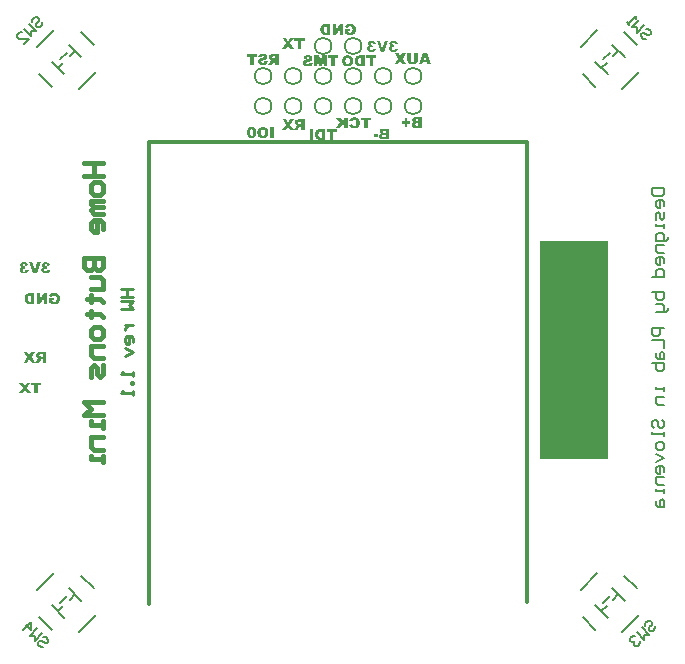
<source format=gbo>
G04*
G04 #@! TF.GenerationSoftware,Altium Limited,Altium Designer,23.2.1 (34)*
G04*
G04 Layer_Color=32896*
%FSLAX44Y44*%
%MOMM*%
G71*
G04*
G04 #@! TF.SameCoordinates,4D038F4D-AB9E-478B-8716-A6F2BEF9763F*
G04*
G04*
G04 #@! TF.FilePolarity,Positive*
G04*
G01*
G75*
%ADD51C,0.2000*%
%ADD54C,0.3000*%
%ADD59C,0.4000*%
%ADD62C,0.2500*%
%ADD67C,0.1500*%
%ADD68C,0.1800*%
%ADD101R,5.8250X18.4250*%
G36*
X-50250Y225406D02*
X-53087D01*
Y229111D01*
X-53330D01*
X-53474Y229105D01*
X-53605Y229080D01*
X-53718Y229043D01*
X-53824Y229005D01*
X-53905Y228968D01*
X-53968Y228930D01*
X-53993Y228918D01*
X-54012Y228905D01*
X-54018Y228899D01*
X-54024D01*
X-54068Y228862D01*
X-54112Y228824D01*
X-54193Y228718D01*
X-54280Y228605D01*
X-54362Y228487D01*
X-54430Y228374D01*
X-54455Y228324D01*
X-54480Y228281D01*
X-54505Y228243D01*
X-54518Y228218D01*
X-54530Y228199D01*
Y228193D01*
X-56036Y225406D01*
X-59229D01*
X-57854Y228049D01*
X-57811Y228130D01*
X-57748Y228224D01*
X-57686Y228318D01*
X-57623Y228405D01*
X-57561Y228487D01*
X-57511Y228549D01*
X-57486Y228574D01*
X-57473Y228593D01*
X-57467Y228605D01*
X-57461Y228612D01*
X-57354Y228737D01*
X-57267Y228843D01*
X-57192Y228924D01*
X-57123Y228993D01*
X-57073Y229037D01*
X-57042Y229068D01*
X-57017Y229086D01*
X-57011Y229093D01*
X-56967Y229124D01*
X-56911Y229155D01*
X-56798Y229218D01*
X-56680Y229274D01*
X-56561Y229324D01*
X-56448Y229368D01*
X-56405Y229387D01*
X-56361Y229399D01*
X-56330Y229412D01*
X-56305Y229424D01*
X-56286Y229430D01*
X-56280D01*
X-56392Y229455D01*
X-56505Y229486D01*
X-56605Y229518D01*
X-56698Y229549D01*
X-56786Y229580D01*
X-56867Y229605D01*
X-56942Y229636D01*
X-57011Y229668D01*
X-57067Y229693D01*
X-57117Y229718D01*
X-57167Y229736D01*
X-57198Y229755D01*
X-57229Y229774D01*
X-57248Y229780D01*
X-57261Y229793D01*
X-57267D01*
X-57467Y229930D01*
X-57648Y230080D01*
X-57729Y230155D01*
X-57798Y230224D01*
X-57867Y230299D01*
X-57929Y230368D01*
X-57979Y230436D01*
X-58029Y230492D01*
X-58067Y230549D01*
X-58098Y230592D01*
X-58129Y230636D01*
X-58148Y230661D01*
X-58154Y230680D01*
X-58161Y230686D01*
X-58217Y230792D01*
X-58267Y230905D01*
X-58310Y231011D01*
X-58348Y231124D01*
X-58404Y231348D01*
X-58429Y231448D01*
X-58448Y231548D01*
X-58460Y231642D01*
X-58467Y231730D01*
X-58473Y231805D01*
X-58479Y231873D01*
X-58485Y231923D01*
Y231967D01*
Y231992D01*
Y231998D01*
X-58479Y232161D01*
X-58467Y232311D01*
X-58448Y232461D01*
X-58417Y232598D01*
X-58386Y232729D01*
X-58354Y232854D01*
X-58310Y232967D01*
X-58273Y233067D01*
X-58236Y233160D01*
X-58198Y233242D01*
X-58161Y233311D01*
X-58129Y233373D01*
X-58098Y233417D01*
X-58079Y233454D01*
X-58067Y233473D01*
X-58060Y233479D01*
X-57979Y233592D01*
X-57892Y233692D01*
X-57798Y233785D01*
X-57704Y233867D01*
X-57611Y233948D01*
X-57523Y234010D01*
X-57429Y234073D01*
X-57342Y234129D01*
X-57261Y234173D01*
X-57186Y234210D01*
X-57117Y234248D01*
X-57055Y234273D01*
X-57011Y234291D01*
X-56973Y234304D01*
X-56948Y234316D01*
X-56942D01*
X-56805Y234354D01*
X-56661Y234391D01*
X-56505Y234423D01*
X-56342Y234448D01*
X-56011Y234485D01*
X-55849Y234504D01*
X-55686Y234516D01*
X-55536Y234523D01*
X-55399Y234529D01*
X-55274Y234535D01*
X-55161D01*
X-55074Y234541D01*
X-50250D01*
Y225406D01*
D02*
G37*
G36*
X-68714Y232286D02*
X-71595D01*
Y225406D01*
X-74419D01*
Y232286D01*
X-77299D01*
Y234541D01*
X-68714D01*
Y232286D01*
D02*
G37*
G36*
X-63603Y234691D02*
X-63359Y234685D01*
X-63128Y234666D01*
X-62916Y234641D01*
X-62716Y234616D01*
X-62528Y234585D01*
X-62359Y234548D01*
X-62210Y234516D01*
X-62072Y234485D01*
X-61960Y234448D01*
X-61853Y234416D01*
X-61772Y234391D01*
X-61710Y234366D01*
X-61660Y234354D01*
X-61635Y234341D01*
X-61622Y234335D01*
X-61472Y234266D01*
X-61335Y234191D01*
X-61203Y234110D01*
X-61085Y234029D01*
X-60978Y233948D01*
X-60872Y233867D01*
X-60785Y233785D01*
X-60704Y233710D01*
X-60629Y233635D01*
X-60572Y233567D01*
X-60516Y233504D01*
X-60472Y233454D01*
X-60441Y233410D01*
X-60416Y233373D01*
X-60404Y233354D01*
X-60397Y233348D01*
X-60329Y233229D01*
X-60266Y233111D01*
X-60210Y232992D01*
X-60160Y232879D01*
X-60122Y232767D01*
X-60091Y232654D01*
X-60066Y232548D01*
X-60041Y232454D01*
X-60023Y232361D01*
X-60010Y232279D01*
X-60004Y232204D01*
X-59998Y232142D01*
X-59991Y232092D01*
Y232055D01*
Y232029D01*
Y232023D01*
X-59998Y231830D01*
X-60023Y231636D01*
X-60066Y231461D01*
X-60116Y231292D01*
X-60173Y231136D01*
X-60241Y230992D01*
X-60316Y230855D01*
X-60391Y230736D01*
X-60460Y230630D01*
X-60535Y230530D01*
X-60604Y230449D01*
X-60660Y230380D01*
X-60710Y230324D01*
X-60754Y230286D01*
X-60779Y230261D01*
X-60785Y230255D01*
X-60947Y230130D01*
X-61129Y230011D01*
X-61322Y229899D01*
X-61535Y229793D01*
X-61753Y229693D01*
X-61972Y229605D01*
X-62191Y229518D01*
X-62409Y229443D01*
X-62616Y229374D01*
X-62803Y229318D01*
X-62978Y229268D01*
X-63059Y229243D01*
X-63134Y229224D01*
X-63197Y229205D01*
X-63259Y229193D01*
X-63309Y229180D01*
X-63353Y229168D01*
X-63390Y229161D01*
X-63415Y229155D01*
X-63428Y229149D01*
X-63434D01*
X-63634Y229099D01*
X-63822Y229055D01*
X-63990Y229005D01*
X-64134Y228962D01*
X-64271Y228918D01*
X-64390Y228874D01*
X-64490Y228830D01*
X-64578Y228793D01*
X-64659Y228755D01*
X-64721Y228718D01*
X-64771Y228693D01*
X-64809Y228668D01*
X-64840Y228643D01*
X-64865Y228630D01*
X-64871Y228624D01*
X-64878Y228618D01*
X-64934Y228562D01*
X-64984Y228512D01*
X-65021Y228455D01*
X-65059Y228399D01*
X-65115Y228293D01*
X-65153Y228193D01*
X-65171Y228106D01*
X-65184Y228043D01*
X-65190Y228018D01*
Y227999D01*
Y227987D01*
Y227981D01*
X-65184Y227912D01*
X-65177Y227843D01*
X-65140Y227718D01*
X-65084Y227606D01*
X-65027Y227512D01*
X-64965Y227431D01*
X-64909Y227374D01*
X-64871Y227337D01*
X-64865Y227331D01*
X-64859Y227325D01*
X-64796Y227274D01*
X-64728Y227231D01*
X-64578Y227162D01*
X-64421Y227112D01*
X-64271Y227081D01*
X-64203Y227068D01*
X-64134Y227056D01*
X-64078Y227050D01*
X-64028D01*
X-63984Y227043D01*
X-63928D01*
X-63784Y227050D01*
X-63640Y227068D01*
X-63515Y227093D01*
X-63397Y227131D01*
X-63284Y227168D01*
X-63178Y227218D01*
X-63091Y227268D01*
X-63003Y227318D01*
X-62928Y227368D01*
X-62866Y227418D01*
X-62809Y227468D01*
X-62766Y227506D01*
X-62728Y227543D01*
X-62703Y227568D01*
X-62691Y227587D01*
X-62684Y227593D01*
X-62634Y227662D01*
X-62591Y227737D01*
X-62516Y227893D01*
X-62453Y228062D01*
X-62409Y228224D01*
X-62391Y228299D01*
X-62372Y228368D01*
X-62359Y228431D01*
X-62353Y228487D01*
X-62347Y228530D01*
X-62341Y228562D01*
X-62334Y228587D01*
Y228593D01*
X-59648Y228424D01*
X-59679Y228168D01*
X-59723Y227931D01*
X-59785Y227699D01*
X-59854Y227481D01*
X-59935Y227281D01*
X-60016Y227093D01*
X-60104Y226918D01*
X-60198Y226762D01*
X-60285Y226625D01*
X-60372Y226500D01*
X-60447Y226394D01*
X-60516Y226306D01*
X-60579Y226237D01*
X-60622Y226187D01*
X-60647Y226156D01*
X-60660Y226143D01*
X-60747Y226062D01*
X-60847Y225987D01*
X-60947Y225912D01*
X-61060Y225850D01*
X-61291Y225731D01*
X-61541Y225625D01*
X-61810Y225537D01*
X-62078Y225469D01*
X-62347Y225406D01*
X-62609Y225362D01*
X-62866Y225325D01*
X-63103Y225300D01*
X-63215Y225287D01*
X-63315Y225275D01*
X-63415Y225269D01*
X-63509Y225263D01*
X-63590D01*
X-63665Y225256D01*
X-63728D01*
X-63784Y225250D01*
X-63884D01*
X-64128Y225256D01*
X-64359Y225269D01*
X-64584Y225287D01*
X-64790Y225312D01*
X-64984Y225338D01*
X-65165Y225369D01*
X-65334Y225406D01*
X-65484Y225444D01*
X-65621Y225475D01*
X-65740Y225513D01*
X-65840Y225544D01*
X-65927Y225575D01*
X-65996Y225594D01*
X-66046Y225612D01*
X-66071Y225625D01*
X-66083Y225631D01*
X-66246Y225706D01*
X-66396Y225787D01*
X-66533Y225875D01*
X-66665Y225969D01*
X-66790Y226062D01*
X-66902Y226156D01*
X-67002Y226250D01*
X-67096Y226337D01*
X-67177Y226425D01*
X-67246Y226500D01*
X-67308Y226575D01*
X-67358Y226631D01*
X-67396Y226687D01*
X-67421Y226725D01*
X-67439Y226750D01*
X-67446Y226756D01*
X-67533Y226900D01*
X-67608Y227037D01*
X-67671Y227181D01*
X-67727Y227325D01*
X-67777Y227462D01*
X-67814Y227593D01*
X-67846Y227724D01*
X-67870Y227843D01*
X-67889Y227956D01*
X-67908Y228056D01*
X-67920Y228149D01*
X-67927Y228224D01*
X-67933Y228287D01*
Y228337D01*
Y228362D01*
Y228374D01*
X-67927Y228512D01*
X-67914Y228649D01*
X-67902Y228780D01*
X-67877Y228899D01*
X-67846Y229018D01*
X-67814Y229130D01*
X-67783Y229237D01*
X-67752Y229330D01*
X-67714Y229418D01*
X-67683Y229493D01*
X-67652Y229561D01*
X-67621Y229618D01*
X-67596Y229661D01*
X-67583Y229699D01*
X-67571Y229718D01*
X-67564Y229724D01*
X-67489Y229836D01*
X-67408Y229943D01*
X-67321Y230042D01*
X-67233Y230136D01*
X-67133Y230230D01*
X-67039Y230311D01*
X-66940Y230386D01*
X-66846Y230455D01*
X-66758Y230517D01*
X-66677Y230574D01*
X-66596Y230624D01*
X-66533Y230661D01*
X-66477Y230692D01*
X-66440Y230717D01*
X-66408Y230730D01*
X-66402Y230736D01*
X-66240Y230811D01*
X-66059Y230892D01*
X-65858Y230967D01*
X-65652Y231036D01*
X-65434Y231105D01*
X-65215Y231173D01*
X-64990Y231236D01*
X-64778Y231299D01*
X-64571Y231348D01*
X-64378Y231398D01*
X-64209Y231442D01*
X-64128Y231461D01*
X-64053Y231480D01*
X-63990Y231492D01*
X-63928Y231511D01*
X-63878Y231523D01*
X-63834Y231530D01*
X-63797Y231536D01*
X-63772Y231542D01*
X-63759Y231548D01*
X-63753D01*
X-63622Y231580D01*
X-63497Y231611D01*
X-63384Y231636D01*
X-63290Y231667D01*
X-63203Y231698D01*
X-63122Y231723D01*
X-63053Y231748D01*
X-62997Y231773D01*
X-62947Y231798D01*
X-62903Y231823D01*
X-62872Y231842D01*
X-62847Y231855D01*
X-62828Y231867D01*
X-62816Y231880D01*
X-62803Y231886D01*
X-62734Y231955D01*
X-62691Y232023D01*
X-62653Y232086D01*
X-62628Y232148D01*
X-62616Y232198D01*
X-62609Y232242D01*
X-62603Y232267D01*
Y232279D01*
X-62616Y232386D01*
X-62641Y232486D01*
X-62678Y232573D01*
X-62728Y232648D01*
X-62772Y232704D01*
X-62809Y232748D01*
X-62834Y232779D01*
X-62847Y232786D01*
X-62953Y232854D01*
X-63072Y232911D01*
X-63190Y232948D01*
X-63315Y232973D01*
X-63422Y232985D01*
X-63465Y232992D01*
X-63509Y232998D01*
X-63697D01*
X-63803Y232985D01*
X-63896Y232973D01*
X-63984Y232954D01*
X-64071Y232936D01*
X-64146Y232911D01*
X-64215Y232886D01*
X-64278Y232861D01*
X-64334Y232829D01*
X-64384Y232804D01*
X-64428Y232779D01*
X-64459Y232761D01*
X-64484Y232742D01*
X-64509Y232729D01*
X-64515Y232723D01*
X-64521Y232717D01*
X-64584Y232661D01*
X-64640Y232598D01*
X-64734Y232461D01*
X-64815Y232311D01*
X-64878Y232161D01*
X-64921Y232029D01*
X-64934Y231967D01*
X-64953Y231917D01*
X-64959Y231873D01*
X-64965Y231842D01*
X-64971Y231823D01*
Y231817D01*
X-67633Y231973D01*
X-67589Y232229D01*
X-67533Y232467D01*
X-67464Y232692D01*
X-67389Y232898D01*
X-67302Y233079D01*
X-67208Y233254D01*
X-67115Y233404D01*
X-67021Y233542D01*
X-66927Y233660D01*
X-66839Y233760D01*
X-66758Y233848D01*
X-66683Y233917D01*
X-66627Y233973D01*
X-66577Y234010D01*
X-66552Y234035D01*
X-66540Y234042D01*
X-66358Y234160D01*
X-66158Y234260D01*
X-65952Y234348D01*
X-65734Y234423D01*
X-65515Y234485D01*
X-65290Y234535D01*
X-65071Y234579D01*
X-64859Y234616D01*
X-64659Y234641D01*
X-64471Y234660D01*
X-64303Y234679D01*
X-64222Y234685D01*
X-64153D01*
X-64090Y234691D01*
X-64034D01*
X-63984Y234698D01*
X-63865D01*
X-63603Y234691D01*
D02*
G37*
G36*
X-28500Y170000D02*
X-31337D01*
Y173705D01*
X-31581D01*
X-31724Y173699D01*
X-31855Y173674D01*
X-31968Y173637D01*
X-32074Y173599D01*
X-32155Y173562D01*
X-32218Y173524D01*
X-32243Y173512D01*
X-32262Y173499D01*
X-32268Y173493D01*
X-32274D01*
X-32318Y173455D01*
X-32362Y173418D01*
X-32443Y173312D01*
X-32530Y173199D01*
X-32611Y173081D01*
X-32680Y172968D01*
X-32705Y172918D01*
X-32730Y172874D01*
X-32755Y172837D01*
X-32768Y172812D01*
X-32780Y172793D01*
Y172787D01*
X-34286Y170000D01*
X-37473D01*
D01*
X-40628D01*
X-42428Y172931D01*
X-44227Y170000D01*
X-47401D01*
X-44290Y174705D01*
X-47133Y179135D01*
X-44052D01*
X-42484Y176323D01*
X-40872Y179135D01*
X-37760D01*
X-40622Y174755D01*
X-37476Y170005D01*
X-36104Y172643D01*
X-36061Y172724D01*
X-35998Y172818D01*
X-35936Y172912D01*
X-35873Y172999D01*
X-35811Y173081D01*
X-35761Y173143D01*
X-35736Y173168D01*
X-35723Y173187D01*
X-35717Y173199D01*
X-35711Y173205D01*
X-35605Y173330D01*
X-35517Y173437D01*
X-35442Y173518D01*
X-35373Y173587D01*
X-35323Y173630D01*
X-35292Y173662D01*
X-35267Y173680D01*
X-35261Y173687D01*
X-35217Y173718D01*
X-35161Y173749D01*
X-35048Y173811D01*
X-34930Y173868D01*
X-34811Y173918D01*
X-34699Y173962D01*
X-34655Y173980D01*
X-34611Y173993D01*
X-34580Y174005D01*
X-34555Y174018D01*
X-34536Y174024D01*
X-34530D01*
X-34642Y174049D01*
X-34755Y174080D01*
X-34855Y174111D01*
X-34948Y174143D01*
X-35036Y174174D01*
X-35117Y174199D01*
X-35192Y174230D01*
X-35261Y174261D01*
X-35317Y174286D01*
X-35367Y174311D01*
X-35417Y174330D01*
X-35448Y174349D01*
X-35480Y174368D01*
X-35498Y174374D01*
X-35511Y174386D01*
X-35517D01*
X-35717Y174524D01*
X-35898Y174674D01*
X-35979Y174749D01*
X-36048Y174818D01*
X-36117Y174893D01*
X-36179Y174961D01*
X-36229Y175030D01*
X-36279Y175086D01*
X-36317Y175142D01*
X-36348Y175186D01*
X-36379Y175230D01*
X-36398Y175255D01*
X-36404Y175274D01*
X-36411Y175280D01*
X-36467Y175386D01*
X-36517Y175499D01*
X-36560Y175605D01*
X-36598Y175717D01*
X-36654Y175942D01*
X-36679Y176042D01*
X-36698Y176142D01*
X-36710Y176236D01*
X-36717Y176323D01*
X-36723Y176398D01*
X-36729Y176467D01*
X-36735Y176517D01*
Y176561D01*
Y176586D01*
Y176592D01*
X-36729Y176754D01*
X-36717Y176905D01*
X-36698Y177055D01*
X-36667Y177192D01*
X-36635Y177323D01*
X-36604Y177448D01*
X-36560Y177561D01*
X-36523Y177661D01*
X-36486Y177754D01*
X-36448Y177836D01*
X-36411Y177904D01*
X-36379Y177967D01*
X-36348Y178011D01*
X-36329Y178048D01*
X-36317Y178067D01*
X-36311Y178073D01*
X-36229Y178185D01*
X-36142Y178285D01*
X-36048Y178379D01*
X-35954Y178460D01*
X-35861Y178542D01*
X-35773Y178604D01*
X-35680Y178666D01*
X-35592Y178723D01*
X-35511Y178766D01*
X-35436Y178804D01*
X-35367Y178841D01*
X-35305Y178867D01*
X-35261Y178885D01*
X-35223Y178898D01*
X-35198Y178910D01*
X-35192D01*
X-35055Y178948D01*
X-34911Y178985D01*
X-34755Y179016D01*
X-34592Y179042D01*
X-34261Y179079D01*
X-34099Y179098D01*
X-33936Y179110D01*
X-33786Y179116D01*
X-33649Y179123D01*
X-33524Y179129D01*
X-33411D01*
X-33324Y179135D01*
X-28500D01*
Y170000D01*
D02*
G37*
G36*
X-54500Y163406D02*
X-57331D01*
Y172541D01*
X-54500D01*
Y163406D01*
D02*
G37*
G36*
X-63504Y172691D02*
X-63304Y172685D01*
X-63110Y172666D01*
X-62923Y172641D01*
X-62567Y172585D01*
X-62229Y172504D01*
X-61923Y172410D01*
X-61773Y172354D01*
X-61636Y172304D01*
X-61505Y172248D01*
X-61373Y172192D01*
X-61255Y172129D01*
X-61142Y172073D01*
X-61036Y172017D01*
X-60936Y171954D01*
X-60842Y171898D01*
X-60755Y171842D01*
X-60673Y171792D01*
X-60599Y171735D01*
X-60530Y171692D01*
X-60473Y171642D01*
X-60417Y171604D01*
X-60374Y171560D01*
X-60330Y171529D01*
X-60299Y171504D01*
X-60274Y171479D01*
X-60255Y171460D01*
X-60249Y171454D01*
X-60242Y171448D01*
X-60130Y171329D01*
X-60024Y171204D01*
X-59924Y171073D01*
X-59830Y170942D01*
X-59749Y170804D01*
X-59668Y170667D01*
X-59524Y170379D01*
X-59405Y170092D01*
X-59305Y169798D01*
X-59218Y169517D01*
X-59155Y169242D01*
X-59105Y168980D01*
X-59068Y168742D01*
X-59049Y168630D01*
X-59036Y168524D01*
X-59024Y168424D01*
X-59018Y168336D01*
X-59011Y168255D01*
X-59005Y168180D01*
Y168118D01*
X-58999Y168067D01*
Y168024D01*
Y167993D01*
Y167974D01*
Y167968D01*
X-59005Y167674D01*
X-59024Y167393D01*
X-59055Y167124D01*
X-59099Y166874D01*
X-59143Y166637D01*
X-59199Y166418D01*
X-59255Y166212D01*
X-59311Y166031D01*
X-59367Y165862D01*
X-59424Y165718D01*
X-59480Y165593D01*
X-59524Y165487D01*
X-59567Y165406D01*
X-59599Y165343D01*
X-59618Y165306D01*
X-59624Y165299D01*
Y165293D01*
X-59749Y165100D01*
X-59874Y164925D01*
X-60011Y164756D01*
X-60149Y164600D01*
X-60286Y164462D01*
X-60423Y164337D01*
X-60555Y164219D01*
X-60680Y164118D01*
X-60805Y164025D01*
X-60911Y163950D01*
X-61011Y163887D01*
X-61098Y163831D01*
X-61167Y163787D01*
X-61223Y163762D01*
X-61255Y163744D01*
X-61267Y163737D01*
X-61461Y163650D01*
X-61667Y163575D01*
X-61879Y163512D01*
X-62092Y163456D01*
X-62311Y163406D01*
X-62523Y163369D01*
X-62729Y163337D01*
X-62923Y163312D01*
X-63110Y163294D01*
X-63279Y163275D01*
X-63435Y163263D01*
X-63566Y163256D01*
X-63673D01*
X-63716Y163250D01*
X-63823D01*
X-64104Y163256D01*
X-64366Y163275D01*
X-64623Y163300D01*
X-64860Y163337D01*
X-65085Y163381D01*
X-65291Y163431D01*
X-65485Y163481D01*
X-65660Y163537D01*
X-65816Y163587D01*
X-65960Y163637D01*
X-66078Y163687D01*
X-66178Y163731D01*
X-66253Y163769D01*
X-66316Y163794D01*
X-66347Y163812D01*
X-66360Y163819D01*
X-66547Y163931D01*
X-66722Y164050D01*
X-66884Y164175D01*
X-67034Y164306D01*
X-67172Y164437D01*
X-67297Y164575D01*
X-67415Y164706D01*
X-67522Y164831D01*
X-67609Y164950D01*
X-67690Y165056D01*
X-67759Y165156D01*
X-67815Y165243D01*
X-67859Y165312D01*
X-67890Y165368D01*
X-67909Y165399D01*
X-67915Y165412D01*
X-68009Y165612D01*
X-68097Y165818D01*
X-68165Y166037D01*
X-68228Y166255D01*
X-68284Y166474D01*
X-68328Y166693D01*
X-68365Y166905D01*
X-68390Y167111D01*
X-68415Y167299D01*
X-68428Y167474D01*
X-68440Y167636D01*
X-68453Y167768D01*
Y167830D01*
Y167880D01*
X-68459Y167930D01*
Y167968D01*
Y167999D01*
Y168018D01*
Y168030D01*
Y168036D01*
X-68453Y168242D01*
X-68446Y168442D01*
X-68428Y168630D01*
X-68409Y168817D01*
X-68347Y169174D01*
X-68265Y169505D01*
X-68172Y169811D01*
X-68122Y169961D01*
X-68065Y170098D01*
X-68015Y170229D01*
X-67953Y170354D01*
X-67897Y170473D01*
X-67840Y170586D01*
X-67784Y170692D01*
X-67728Y170792D01*
X-67672Y170886D01*
X-67615Y170967D01*
X-67559Y171048D01*
X-67509Y171123D01*
X-67459Y171185D01*
X-67415Y171248D01*
X-67372Y171298D01*
X-67334Y171348D01*
X-67303Y171385D01*
X-67278Y171417D01*
X-67253Y171442D01*
X-67234Y171460D01*
X-67228Y171467D01*
X-67222Y171473D01*
X-67103Y171585D01*
X-66978Y171692D01*
X-66853Y171785D01*
X-66716Y171879D01*
X-66578Y171960D01*
X-66441Y172041D01*
X-66153Y172179D01*
X-65860Y172298D01*
X-65572Y172398D01*
X-65285Y172479D01*
X-65004Y172548D01*
X-64741Y172598D01*
X-64497Y172635D01*
X-64385Y172648D01*
X-64279Y172660D01*
X-64179Y172673D01*
X-64085Y172679D01*
X-64004Y172685D01*
X-63929Y172691D01*
X-63866D01*
X-63810Y172698D01*
X-63710D01*
X-63504Y172691D01*
D02*
G37*
G36*
X-73008Y172685D02*
X-72689Y172654D01*
X-72383Y172604D01*
X-72108Y172535D01*
X-71852Y172454D01*
X-71614Y172366D01*
X-71402Y172273D01*
X-71214Y172179D01*
X-71052Y172079D01*
X-70908Y171985D01*
X-70783Y171898D01*
X-70683Y171817D01*
X-70608Y171748D01*
X-70552Y171698D01*
X-70521Y171667D01*
X-70508Y171654D01*
X-70421Y171554D01*
X-70346Y171442D01*
X-70271Y171323D01*
X-70202Y171198D01*
X-70071Y170929D01*
X-69965Y170642D01*
X-69877Y170348D01*
X-69802Y170042D01*
X-69740Y169736D01*
X-69690Y169436D01*
X-69652Y169155D01*
X-69621Y168886D01*
X-69609Y168761D01*
X-69602Y168642D01*
X-69590Y168530D01*
X-69584Y168430D01*
Y168336D01*
X-69577Y168255D01*
Y168180D01*
X-69571Y168118D01*
Y168067D01*
Y168036D01*
Y168011D01*
Y168005D01*
Y167811D01*
X-69577Y167618D01*
X-69590Y167436D01*
X-69602Y167255D01*
X-69615Y167087D01*
X-69627Y166930D01*
X-69646Y166780D01*
X-69665Y166643D01*
X-69677Y166518D01*
X-69696Y166406D01*
X-69709Y166312D01*
X-69727Y166231D01*
X-69734Y166162D01*
X-69746Y166112D01*
X-69752Y166087D01*
Y166074D01*
X-69790Y165912D01*
X-69827Y165762D01*
X-69865Y165624D01*
X-69909Y165487D01*
X-69952Y165368D01*
X-69996Y165256D01*
X-70034Y165149D01*
X-70077Y165056D01*
X-70115Y164975D01*
X-70152Y164900D01*
X-70184Y164837D01*
X-70209Y164787D01*
X-70233Y164743D01*
X-70252Y164718D01*
X-70258Y164700D01*
X-70265Y164693D01*
X-70352Y164562D01*
X-70446Y164443D01*
X-70540Y164331D01*
X-70640Y164225D01*
X-70740Y164125D01*
X-70833Y164037D01*
X-70927Y163956D01*
X-71015Y163887D01*
X-71102Y163825D01*
X-71177Y163769D01*
X-71252Y163719D01*
X-71308Y163681D01*
X-71358Y163650D01*
X-71396Y163631D01*
X-71421Y163619D01*
X-71427Y163612D01*
X-71564Y163550D01*
X-71714Y163494D01*
X-71864Y163444D01*
X-72021Y163406D01*
X-72177Y163369D01*
X-72333Y163337D01*
X-72483Y163312D01*
X-72627Y163294D01*
X-72764Y163281D01*
X-72889Y163269D01*
X-73008Y163263D01*
X-73102Y163256D01*
X-73183Y163250D01*
X-73295D01*
X-73483Y163256D01*
X-73664Y163263D01*
X-73839Y163281D01*
X-74008Y163300D01*
X-74170Y163325D01*
X-74326Y163356D01*
X-74470Y163394D01*
X-74614Y163431D01*
X-74745Y163475D01*
X-74876Y163519D01*
X-74995Y163562D01*
X-75114Y163612D01*
X-75220Y163662D01*
X-75326Y163719D01*
X-75513Y163825D01*
X-75676Y163931D01*
X-75813Y164037D01*
X-75932Y164131D01*
X-76026Y164219D01*
X-76094Y164293D01*
X-76151Y164350D01*
X-76176Y164387D01*
X-76188Y164400D01*
X-76263Y164512D01*
X-76338Y164631D01*
X-76407Y164756D01*
X-76469Y164887D01*
X-76582Y165162D01*
X-76676Y165456D01*
X-76757Y165756D01*
X-76826Y166056D01*
X-76882Y166362D01*
X-76926Y166649D01*
X-76963Y166930D01*
X-76988Y167193D01*
X-77000Y167311D01*
X-77007Y167424D01*
X-77013Y167530D01*
X-77019Y167630D01*
X-77025Y167718D01*
Y167799D01*
X-77032Y167868D01*
Y167930D01*
Y167974D01*
Y168011D01*
Y168030D01*
Y168036D01*
X-77019Y168449D01*
X-77007Y168649D01*
X-76994Y168842D01*
X-76975Y169023D01*
X-76950Y169198D01*
X-76926Y169367D01*
X-76907Y169523D01*
X-76882Y169661D01*
X-76857Y169792D01*
X-76838Y169905D01*
X-76813Y169998D01*
X-76801Y170073D01*
X-76788Y170130D01*
X-76776Y170161D01*
Y170173D01*
X-76726Y170367D01*
X-76663Y170542D01*
X-76607Y170704D01*
X-76551Y170836D01*
X-76526Y170898D01*
X-76501Y170948D01*
X-76482Y170998D01*
X-76463Y171035D01*
X-76444Y171067D01*
X-76438Y171085D01*
X-76426Y171098D01*
Y171104D01*
X-76338Y171254D01*
X-76245Y171398D01*
X-76144Y171529D01*
X-76051Y171642D01*
X-75970Y171735D01*
X-75932Y171779D01*
X-75901Y171810D01*
X-75876Y171835D01*
X-75857Y171854D01*
X-75845Y171867D01*
X-75838Y171873D01*
X-75688Y172004D01*
X-75532Y172123D01*
X-75370Y172223D01*
X-75213Y172310D01*
X-75145Y172341D01*
X-75076Y172379D01*
X-75020Y172404D01*
X-74970Y172423D01*
X-74926Y172441D01*
X-74895Y172454D01*
X-74876Y172466D01*
X-74870D01*
X-74757Y172510D01*
X-74639Y172541D01*
X-74389Y172598D01*
X-74132Y172641D01*
X-74014Y172654D01*
X-73895Y172666D01*
X-73783Y172679D01*
X-73683Y172685D01*
X-73589Y172691D01*
X-73514D01*
X-73445Y172698D01*
X-73358D01*
X-73008Y172685D01*
D02*
G37*
G36*
X-246497Y22906D02*
X-249153D01*
Y27911D01*
X-252564Y22906D01*
X-255226D01*
Y32041D01*
X-252564D01*
Y26993D01*
X-249134Y32041D01*
X-246497D01*
Y22906D01*
D02*
G37*
G36*
X-240130Y32191D02*
X-239861Y32179D01*
X-239605Y32154D01*
X-239368Y32129D01*
X-239143Y32098D01*
X-238937Y32060D01*
X-238749Y32016D01*
X-238580Y31979D01*
X-238431Y31935D01*
X-238293Y31891D01*
X-238181Y31854D01*
X-238087Y31823D01*
X-238012Y31798D01*
X-237962Y31773D01*
X-237931Y31760D01*
X-237918Y31754D01*
X-237700Y31641D01*
X-237500Y31516D01*
X-237312Y31385D01*
X-237137Y31248D01*
X-236975Y31110D01*
X-236825Y30967D01*
X-236693Y30829D01*
X-236569Y30698D01*
X-236462Y30573D01*
X-236369Y30454D01*
X-236294Y30348D01*
X-236225Y30254D01*
X-236175Y30179D01*
X-236144Y30123D01*
X-236119Y30086D01*
X-236112Y30079D01*
Y30073D01*
X-236006Y29861D01*
X-235912Y29642D01*
X-235831Y29423D01*
X-235756Y29198D01*
X-235700Y28980D01*
X-235650Y28767D01*
X-235606Y28555D01*
X-235575Y28361D01*
X-235550Y28174D01*
X-235531Y28005D01*
X-235519Y27855D01*
X-235513Y27724D01*
X-235506Y27668D01*
Y27617D01*
X-235500Y27574D01*
Y27543D01*
Y27511D01*
Y27493D01*
Y27480D01*
Y27474D01*
X-235506Y27211D01*
X-235525Y26955D01*
X-235550Y26711D01*
X-235588Y26480D01*
X-235631Y26255D01*
X-235681Y26049D01*
X-235731Y25856D01*
X-235781Y25680D01*
X-235831Y25518D01*
X-235887Y25374D01*
X-235931Y25249D01*
X-235975Y25143D01*
X-236012Y25062D01*
X-236037Y24999D01*
X-236056Y24962D01*
X-236062Y24956D01*
Y24950D01*
X-236175Y24750D01*
X-236294Y24562D01*
X-236419Y24393D01*
X-236550Y24231D01*
X-236681Y24081D01*
X-236812Y23950D01*
X-236943Y23825D01*
X-237068Y23712D01*
X-237187Y23619D01*
X-237293Y23531D01*
X-237393Y23462D01*
X-237481Y23406D01*
X-237549Y23356D01*
X-237606Y23325D01*
X-237637Y23306D01*
X-237649Y23300D01*
X-237849Y23206D01*
X-238056Y23119D01*
X-238274Y23044D01*
X-238493Y22981D01*
X-238718Y22931D01*
X-238937Y22887D01*
X-239155Y22850D01*
X-239361Y22819D01*
X-239555Y22794D01*
X-239730Y22781D01*
X-239893Y22769D01*
X-239961Y22762D01*
X-240030Y22756D01*
X-240143D01*
X-240186Y22750D01*
X-240299D01*
X-240543Y22756D01*
X-240774Y22762D01*
X-240999Y22781D01*
X-241211Y22800D01*
X-241411Y22819D01*
X-241598Y22850D01*
X-241773Y22875D01*
X-241936Y22906D01*
X-242080Y22931D01*
X-242205Y22963D01*
X-242317Y22987D01*
X-242411Y23006D01*
X-242479Y23031D01*
X-242536Y23044D01*
X-242567Y23050D01*
X-242579Y23056D01*
X-242761Y23119D01*
X-242954Y23194D01*
X-243142Y23275D01*
X-243329Y23369D01*
X-243523Y23462D01*
X-243704Y23556D01*
X-243879Y23656D01*
X-244048Y23750D01*
X-244204Y23844D01*
X-244348Y23931D01*
X-244479Y24012D01*
X-244585Y24081D01*
X-244673Y24137D01*
X-244741Y24181D01*
X-244766Y24200D01*
X-244785Y24206D01*
X-244791Y24218D01*
X-244798D01*
Y28111D01*
X-240436D01*
Y26212D01*
X-242323D01*
Y25349D01*
X-242123Y25237D01*
X-241936Y25137D01*
X-241767Y25056D01*
X-241692Y25024D01*
X-241623Y24993D01*
X-241561Y24962D01*
X-241505Y24943D01*
X-241455Y24924D01*
X-241411Y24906D01*
X-241380Y24893D01*
X-241355Y24887D01*
X-241342Y24881D01*
X-241336D01*
X-241174Y24837D01*
X-241017Y24806D01*
X-240867Y24781D01*
X-240730Y24768D01*
X-240667Y24762D01*
X-240611Y24756D01*
X-240561D01*
X-240518Y24750D01*
X-240436D01*
X-240255Y24756D01*
X-240086Y24774D01*
X-239924Y24806D01*
X-239774Y24850D01*
X-239636Y24893D01*
X-239512Y24950D01*
X-239393Y25006D01*
X-239287Y25068D01*
X-239199Y25124D01*
X-239118Y25181D01*
X-239049Y25237D01*
X-238987Y25281D01*
X-238943Y25324D01*
X-238912Y25356D01*
X-238893Y25374D01*
X-238887Y25381D01*
X-238787Y25512D01*
X-238706Y25656D01*
X-238631Y25812D01*
X-238568Y25980D01*
X-238512Y26155D01*
X-238468Y26330D01*
X-238431Y26505D01*
X-238399Y26680D01*
X-238374Y26843D01*
X-238362Y26999D01*
X-238349Y27136D01*
X-238337Y27255D01*
Y27355D01*
X-238331Y27399D01*
Y27436D01*
Y27461D01*
Y27480D01*
Y27493D01*
Y27499D01*
X-238337Y27755D01*
X-238356Y27986D01*
X-238381Y28205D01*
X-238418Y28411D01*
X-238456Y28592D01*
X-238505Y28761D01*
X-238556Y28911D01*
X-238605Y29048D01*
X-238655Y29161D01*
X-238706Y29267D01*
X-238755Y29348D01*
X-238793Y29417D01*
X-238830Y29473D01*
X-238855Y29511D01*
X-238874Y29536D01*
X-238880Y29542D01*
X-238987Y29655D01*
X-239099Y29755D01*
X-239218Y29842D01*
X-239343Y29917D01*
X-239468Y29979D01*
X-239587Y30036D01*
X-239711Y30079D01*
X-239824Y30111D01*
X-239930Y30136D01*
X-240036Y30161D01*
X-240124Y30173D01*
X-240205Y30179D01*
X-240268Y30186D01*
X-240318Y30192D01*
X-240467D01*
X-240574Y30179D01*
X-240774Y30148D01*
X-240867Y30129D01*
X-240949Y30104D01*
X-241024Y30079D01*
X-241099Y30054D01*
X-241161Y30029D01*
X-241217Y30004D01*
X-241261Y29979D01*
X-241299Y29961D01*
X-241330Y29942D01*
X-241355Y29929D01*
X-241367Y29923D01*
X-241374Y29917D01*
X-241517Y29804D01*
X-241636Y29680D01*
X-241736Y29548D01*
X-241811Y29417D01*
X-241873Y29305D01*
X-241898Y29255D01*
X-241917Y29211D01*
X-241930Y29173D01*
X-241942Y29148D01*
X-241948Y29130D01*
Y29123D01*
X-244673Y29611D01*
X-244623Y29773D01*
X-244566Y29929D01*
X-244510Y30073D01*
X-244448Y30211D01*
X-244385Y30342D01*
X-244323Y30461D01*
X-244266Y30567D01*
X-244204Y30667D01*
X-244148Y30761D01*
X-244092Y30835D01*
X-244048Y30904D01*
X-244004Y30960D01*
X-243973Y31010D01*
X-243948Y31042D01*
X-243929Y31060D01*
X-243923Y31067D01*
X-243829Y31173D01*
X-243729Y31273D01*
X-243623Y31360D01*
X-243523Y31448D01*
X-243417Y31523D01*
X-243311Y31591D01*
X-243211Y31654D01*
X-243117Y31710D01*
X-243023Y31760D01*
X-242942Y31804D01*
X-242867Y31841D01*
X-242804Y31873D01*
X-242754Y31891D01*
X-242711Y31910D01*
X-242686Y31923D01*
X-242679D01*
X-242530Y31973D01*
X-242367Y32016D01*
X-242192Y32048D01*
X-242011Y32079D01*
X-241636Y32129D01*
X-241448Y32148D01*
X-241267Y32166D01*
X-241099Y32173D01*
X-240936Y32185D01*
X-240792Y32191D01*
X-240667D01*
X-240611Y32198D01*
X-240417D01*
X-240130Y32191D01*
D02*
G37*
G36*
X-257145Y22906D02*
X-261331D01*
X-261618Y22919D01*
X-261912Y22944D01*
X-262193Y22981D01*
X-262331Y23006D01*
X-262456Y23031D01*
X-262574Y23050D01*
X-262681Y23075D01*
X-262774Y23094D01*
X-262855Y23112D01*
X-262924Y23125D01*
X-262968Y23137D01*
X-262999Y23150D01*
X-263012D01*
X-263137Y23187D01*
X-263262Y23231D01*
X-263499Y23337D01*
X-263605Y23400D01*
X-263712Y23456D01*
X-263811Y23519D01*
X-263899Y23581D01*
X-263986Y23637D01*
X-264062Y23693D01*
X-264124Y23744D01*
X-264180Y23787D01*
X-264224Y23825D01*
X-264255Y23850D01*
X-264274Y23869D01*
X-264280Y23875D01*
X-264386Y23981D01*
X-264493Y24093D01*
X-264586Y24206D01*
X-264674Y24318D01*
X-264755Y24431D01*
X-264836Y24543D01*
X-264905Y24656D01*
X-264967Y24762D01*
X-265024Y24856D01*
X-265068Y24950D01*
X-265111Y25024D01*
X-265142Y25099D01*
X-265174Y25156D01*
X-265192Y25193D01*
X-265199Y25224D01*
X-265205Y25231D01*
X-265267Y25387D01*
X-265317Y25562D01*
X-265361Y25737D01*
X-265399Y25924D01*
X-265461Y26305D01*
X-265480Y26487D01*
X-265499Y26668D01*
X-265517Y26837D01*
X-265524Y26993D01*
X-265530Y27136D01*
X-265536Y27255D01*
X-265542Y27361D01*
Y27399D01*
Y27436D01*
Y27461D01*
Y27480D01*
Y27493D01*
Y27499D01*
X-265530Y27843D01*
X-265524Y28011D01*
X-265505Y28174D01*
X-265492Y28324D01*
X-265474Y28467D01*
X-265449Y28605D01*
X-265430Y28736D01*
X-265411Y28849D01*
X-265386Y28955D01*
X-265367Y29048D01*
X-265355Y29123D01*
X-265336Y29186D01*
X-265330Y29230D01*
X-265317Y29261D01*
Y29267D01*
X-265274Y29423D01*
X-265224Y29573D01*
X-265167Y29711D01*
X-265111Y29848D01*
X-265049Y29979D01*
X-264993Y30098D01*
X-264930Y30211D01*
X-264874Y30317D01*
X-264818Y30411D01*
X-264761Y30492D01*
X-264718Y30567D01*
X-264674Y30623D01*
X-264643Y30673D01*
X-264618Y30704D01*
X-264599Y30729D01*
X-264593Y30735D01*
X-264499Y30848D01*
X-264393Y30960D01*
X-264293Y31060D01*
X-264186Y31154D01*
X-264080Y31242D01*
X-263974Y31317D01*
X-263874Y31392D01*
X-263774Y31454D01*
X-263680Y31516D01*
X-263599Y31567D01*
X-263524Y31604D01*
X-263455Y31641D01*
X-263405Y31667D01*
X-263362Y31692D01*
X-263337Y31698D01*
X-263330Y31704D01*
X-263180Y31767D01*
X-263024Y31816D01*
X-262862Y31860D01*
X-262699Y31898D01*
X-262362Y31960D01*
X-262199Y31979D01*
X-262043Y31998D01*
X-261900Y32016D01*
X-261762Y32023D01*
X-261643Y32029D01*
X-261537Y32035D01*
X-261450Y32041D01*
X-257145D01*
Y22906D01*
D02*
G37*
G36*
X-247155Y58191D02*
X-246887Y58173D01*
X-246637Y58141D01*
X-246406Y58104D01*
X-246187Y58054D01*
X-245993Y58004D01*
X-245812Y57948D01*
X-245650Y57891D01*
X-245506Y57835D01*
X-245381Y57779D01*
X-245275Y57729D01*
X-245187Y57679D01*
X-245118Y57642D01*
X-245068Y57610D01*
X-245044Y57592D01*
X-245031Y57585D01*
X-244881Y57467D01*
X-244737Y57335D01*
X-244612Y57198D01*
X-244494Y57054D01*
X-244387Y56904D01*
X-244294Y56761D01*
X-244212Y56617D01*
X-244144Y56479D01*
X-244081Y56348D01*
X-244025Y56223D01*
X-243981Y56111D01*
X-243950Y56017D01*
X-243919Y55942D01*
X-243900Y55879D01*
X-243894Y55842D01*
X-243888Y55836D01*
Y55830D01*
X-246287Y55398D01*
X-246306Y55523D01*
X-246331Y55636D01*
X-246356Y55742D01*
X-246387Y55836D01*
X-246418Y55923D01*
X-246449Y55998D01*
X-246481Y56067D01*
X-246512Y56129D01*
X-246537Y56179D01*
X-246568Y56229D01*
X-246593Y56267D01*
X-246618Y56298D01*
X-246637Y56317D01*
X-246649Y56336D01*
X-246662Y56348D01*
X-246718Y56398D01*
X-246774Y56442D01*
X-246893Y56504D01*
X-247018Y56554D01*
X-247130Y56592D01*
X-247230Y56610D01*
X-247274Y56617D01*
X-247312D01*
X-247343Y56623D01*
X-247387D01*
X-247543Y56610D01*
X-247680Y56585D01*
X-247799Y56542D01*
X-247893Y56498D01*
X-247974Y56454D01*
X-248030Y56411D01*
X-248061Y56386D01*
X-248074Y56373D01*
X-248155Y56273D01*
X-248218Y56161D01*
X-248261Y56054D01*
X-248293Y55948D01*
X-248311Y55848D01*
X-248318Y55811D01*
Y55773D01*
X-248324Y55742D01*
Y55723D01*
Y55711D01*
Y55704D01*
X-248318Y55623D01*
X-248311Y55548D01*
X-248274Y55405D01*
X-248218Y55273D01*
X-248155Y55161D01*
X-248093Y55073D01*
X-248068Y55036D01*
X-248036Y55005D01*
X-248018Y54980D01*
X-247999Y54961D01*
X-247993Y54955D01*
X-247986Y54948D01*
X-247924Y54892D01*
X-247855Y54842D01*
X-247787Y54798D01*
X-247718Y54767D01*
X-247580Y54705D01*
X-247449Y54667D01*
X-247337Y54648D01*
X-247287Y54642D01*
X-247243Y54636D01*
X-247212Y54630D01*
X-247112D01*
X-247062Y54636D01*
X-246949Y54648D01*
X-246905D01*
X-246868Y54655D01*
X-246843Y54661D01*
X-246831D01*
X-246705Y52849D01*
X-246887Y52899D01*
X-247055Y52936D01*
X-247193Y52961D01*
X-247312Y52980D01*
X-247362Y52986D01*
X-247399Y52993D01*
X-247437D01*
X-247468Y52999D01*
X-247524D01*
X-247624Y52993D01*
X-247724Y52986D01*
X-247899Y52943D01*
X-248049Y52887D01*
X-248111Y52855D01*
X-248174Y52824D01*
X-248224Y52793D01*
X-248274Y52762D01*
X-248311Y52730D01*
X-248349Y52705D01*
X-248374Y52680D01*
X-248393Y52661D01*
X-248399Y52655D01*
X-248405Y52649D01*
X-248461Y52580D01*
X-248518Y52505D01*
X-248561Y52430D01*
X-248599Y52349D01*
X-248655Y52180D01*
X-248692Y52024D01*
X-248711Y51949D01*
X-248717Y51880D01*
X-248724Y51818D01*
X-248730Y51768D01*
X-248736Y51724D01*
Y51693D01*
Y51668D01*
Y51662D01*
X-248730Y51549D01*
X-248724Y51437D01*
X-248705Y51337D01*
X-248680Y51243D01*
X-248655Y51156D01*
X-248630Y51068D01*
X-248599Y50993D01*
X-248568Y50931D01*
X-248530Y50868D01*
X-248499Y50812D01*
X-248474Y50768D01*
X-248449Y50731D01*
X-248424Y50700D01*
X-248405Y50681D01*
X-248399Y50668D01*
X-248393Y50662D01*
X-248330Y50599D01*
X-248261Y50543D01*
X-248186Y50493D01*
X-248118Y50450D01*
X-248049Y50412D01*
X-247974Y50381D01*
X-247843Y50337D01*
X-247724Y50312D01*
X-247674Y50306D01*
X-247630Y50300D01*
X-247593Y50293D01*
X-247543D01*
X-247455Y50300D01*
X-247368Y50306D01*
X-247218Y50337D01*
X-247080Y50387D01*
X-246962Y50443D01*
X-246868Y50493D01*
X-246831Y50518D01*
X-246799Y50543D01*
X-246774Y50562D01*
X-246756Y50574D01*
X-246749Y50587D01*
X-246743D01*
X-246687Y50649D01*
X-246637Y50718D01*
X-246587Y50799D01*
X-246543Y50881D01*
X-246462Y51056D01*
X-246399Y51237D01*
X-246374Y51318D01*
X-246349Y51399D01*
X-246331Y51468D01*
X-246312Y51531D01*
X-246299Y51581D01*
X-246293Y51624D01*
X-246287Y51649D01*
Y51656D01*
X-243750Y51318D01*
X-243800Y51162D01*
X-243850Y51012D01*
X-243906Y50868D01*
X-243962Y50737D01*
X-244025Y50606D01*
X-244081Y50493D01*
X-244137Y50381D01*
X-244194Y50287D01*
X-244250Y50200D01*
X-244300Y50118D01*
X-244344Y50050D01*
X-244381Y49993D01*
X-244412Y49950D01*
X-244437Y49918D01*
X-244450Y49900D01*
X-244456Y49893D01*
X-244550Y49794D01*
X-244644Y49693D01*
X-244737Y49606D01*
X-244837Y49525D01*
X-244937Y49444D01*
X-245037Y49375D01*
X-245131Y49312D01*
X-245225Y49256D01*
X-245312Y49206D01*
X-245393Y49162D01*
X-245462Y49125D01*
X-245525Y49094D01*
X-245575Y49069D01*
X-245612Y49050D01*
X-245637Y49044D01*
X-245643Y49037D01*
X-245787Y48987D01*
X-245937Y48944D01*
X-246093Y48906D01*
X-246256Y48869D01*
X-246581Y48819D01*
X-246743Y48800D01*
X-246893Y48787D01*
X-247037Y48775D01*
X-247174Y48762D01*
X-247293Y48756D01*
X-247399D01*
X-247487Y48750D01*
X-247605D01*
X-247843Y48756D01*
X-248061Y48769D01*
X-248274Y48787D01*
X-248468Y48812D01*
X-248649Y48844D01*
X-248824Y48875D01*
X-248974Y48913D01*
X-249117Y48950D01*
X-249242Y48981D01*
X-249355Y49019D01*
X-249449Y49050D01*
X-249524Y49081D01*
X-249586Y49106D01*
X-249630Y49125D01*
X-249661Y49137D01*
X-249667Y49144D01*
X-249811Y49219D01*
X-249948Y49306D01*
X-250073Y49394D01*
X-250186Y49487D01*
X-250298Y49581D01*
X-250392Y49675D01*
X-250486Y49762D01*
X-250567Y49856D01*
X-250636Y49937D01*
X-250698Y50018D01*
X-250755Y50087D01*
X-250798Y50150D01*
X-250830Y50200D01*
X-250854Y50237D01*
X-250867Y50262D01*
X-250873Y50268D01*
X-250948Y50406D01*
X-251011Y50543D01*
X-251067Y50681D01*
X-251117Y50818D01*
X-251154Y50950D01*
X-251192Y51074D01*
X-251217Y51193D01*
X-251242Y51306D01*
X-251254Y51412D01*
X-251267Y51506D01*
X-251279Y51593D01*
X-251286Y51662D01*
X-251292Y51718D01*
Y51762D01*
Y51793D01*
Y51799D01*
X-251279Y52030D01*
X-251254Y52237D01*
X-251236Y52337D01*
X-251211Y52424D01*
X-251186Y52512D01*
X-251167Y52586D01*
X-251142Y52655D01*
X-251117Y52718D01*
X-251098Y52768D01*
X-251073Y52811D01*
X-251061Y52849D01*
X-251048Y52874D01*
X-251036Y52887D01*
Y52893D01*
X-250936Y53055D01*
X-250823Y53199D01*
X-250704Y53324D01*
X-250592Y53430D01*
X-250486Y53517D01*
X-250442Y53549D01*
X-250405Y53580D01*
X-250373Y53599D01*
X-250348Y53618D01*
X-250336Y53630D01*
X-250330D01*
X-250217Y53692D01*
X-250086Y53755D01*
X-249948Y53805D01*
X-249817Y53849D01*
X-249699Y53886D01*
X-249648Y53899D01*
X-249605Y53911D01*
X-249567Y53924D01*
X-249542Y53930D01*
X-249524Y53936D01*
X-249517D01*
X-249636Y54005D01*
X-249748Y54074D01*
X-249855Y54149D01*
X-249948Y54217D01*
X-250036Y54292D01*
X-250117Y54361D01*
X-250186Y54430D01*
X-250255Y54492D01*
X-250311Y54549D01*
X-250361Y54605D01*
X-250405Y54655D01*
X-250436Y54692D01*
X-250467Y54730D01*
X-250486Y54755D01*
X-250492Y54767D01*
X-250498Y54774D01*
X-250555Y54867D01*
X-250604Y54961D01*
X-250648Y55048D01*
X-250686Y55142D01*
X-250742Y55323D01*
X-250786Y55492D01*
X-250798Y55567D01*
X-250805Y55636D01*
X-250811Y55698D01*
X-250817Y55748D01*
X-250823Y55792D01*
Y55823D01*
Y55842D01*
Y55848D01*
X-250817Y56036D01*
X-250792Y56211D01*
X-250748Y56379D01*
X-250698Y56536D01*
X-250636Y56686D01*
X-250573Y56823D01*
X-250498Y56954D01*
X-250423Y57067D01*
X-250348Y57173D01*
X-250280Y57267D01*
X-250211Y57342D01*
X-250148Y57410D01*
X-250098Y57460D01*
X-250061Y57498D01*
X-250030Y57523D01*
X-250023Y57529D01*
X-249861Y57648D01*
X-249680Y57748D01*
X-249486Y57841D01*
X-249280Y57916D01*
X-249067Y57979D01*
X-248855Y58035D01*
X-248636Y58079D01*
X-248430Y58116D01*
X-248230Y58141D01*
X-248043Y58160D01*
X-247874Y58179D01*
X-247799Y58185D01*
X-247730D01*
X-247661Y58191D01*
X-247605D01*
X-247555Y58198D01*
X-247437D01*
X-247155Y58191D01*
D02*
G37*
G36*
X-265594D02*
X-265326Y58173D01*
X-265076Y58141D01*
X-264845Y58104D01*
X-264626Y58054D01*
X-264432Y58004D01*
X-264251Y57948D01*
X-264089Y57891D01*
X-263945Y57835D01*
X-263820Y57779D01*
X-263714Y57729D01*
X-263626Y57679D01*
X-263557Y57642D01*
X-263507Y57610D01*
X-263482Y57592D01*
X-263470Y57585D01*
X-263320Y57467D01*
X-263176Y57335D01*
X-263051Y57198D01*
X-262933Y57054D01*
X-262826Y56904D01*
X-262733Y56761D01*
X-262651Y56617D01*
X-262583Y56479D01*
X-262520Y56348D01*
X-262464Y56223D01*
X-262420Y56111D01*
X-262389Y56017D01*
X-262358Y55942D01*
X-262339Y55879D01*
X-262333Y55842D01*
X-262327Y55836D01*
Y55830D01*
X-264726Y55398D01*
X-264745Y55523D01*
X-264770Y55636D01*
X-264795Y55742D01*
X-264826Y55836D01*
X-264857Y55923D01*
X-264888Y55998D01*
X-264920Y56067D01*
X-264951Y56129D01*
X-264976Y56179D01*
X-265007Y56229D01*
X-265032Y56267D01*
X-265057Y56298D01*
X-265076Y56317D01*
X-265088Y56336D01*
X-265101Y56348D01*
X-265157Y56398D01*
X-265213Y56442D01*
X-265332Y56504D01*
X-265457Y56554D01*
X-265569Y56592D01*
X-265669Y56610D01*
X-265713Y56617D01*
X-265751D01*
X-265782Y56623D01*
X-265826D01*
X-265982Y56610D01*
X-266119Y56585D01*
X-266238Y56542D01*
X-266332Y56498D01*
X-266413Y56454D01*
X-266469Y56411D01*
X-266500Y56386D01*
X-266513Y56373D01*
X-266594Y56273D01*
X-266657Y56161D01*
X-266700Y56054D01*
X-266732Y55948D01*
X-266750Y55848D01*
X-266757Y55811D01*
Y55773D01*
X-266763Y55742D01*
Y55723D01*
Y55711D01*
Y55704D01*
X-266757Y55623D01*
X-266750Y55548D01*
X-266713Y55405D01*
X-266657Y55273D01*
X-266594Y55161D01*
X-266532Y55073D01*
X-266507Y55036D01*
X-266476Y55005D01*
X-266457Y54980D01*
X-266438Y54961D01*
X-266432Y54955D01*
X-266425Y54948D01*
X-266363Y54892D01*
X-266294Y54842D01*
X-266225Y54798D01*
X-266157Y54767D01*
X-266019Y54705D01*
X-265888Y54667D01*
X-265776Y54648D01*
X-265726Y54642D01*
X-265682Y54636D01*
X-265651Y54630D01*
X-265551D01*
X-265501Y54636D01*
X-265388Y54648D01*
X-265345D01*
X-265307Y54655D01*
X-265282Y54661D01*
X-265270D01*
X-265145Y52849D01*
X-265326Y52899D01*
X-265494Y52936D01*
X-265632Y52961D01*
X-265751Y52980D01*
X-265801Y52986D01*
X-265838Y52993D01*
X-265876D01*
X-265907Y52999D01*
X-265963D01*
X-266063Y52993D01*
X-266163Y52986D01*
X-266338Y52943D01*
X-266488Y52887D01*
X-266550Y52855D01*
X-266613Y52824D01*
X-266663Y52793D01*
X-266713Y52762D01*
X-266750Y52730D01*
X-266788Y52705D01*
X-266813Y52680D01*
X-266832Y52661D01*
X-266838Y52655D01*
X-266844Y52649D01*
X-266900Y52580D01*
X-266957Y52505D01*
X-267000Y52430D01*
X-267038Y52349D01*
X-267094Y52180D01*
X-267132Y52024D01*
X-267150Y51949D01*
X-267157Y51880D01*
X-267163Y51818D01*
X-267169Y51768D01*
X-267175Y51724D01*
Y51693D01*
Y51668D01*
Y51662D01*
X-267169Y51549D01*
X-267163Y51437D01*
X-267144Y51337D01*
X-267119Y51243D01*
X-267094Y51156D01*
X-267069Y51068D01*
X-267038Y50993D01*
X-267007Y50931D01*
X-266969Y50868D01*
X-266938Y50812D01*
X-266913Y50768D01*
X-266888Y50731D01*
X-266863Y50700D01*
X-266844Y50681D01*
X-266838Y50668D01*
X-266832Y50662D01*
X-266769Y50599D01*
X-266700Y50543D01*
X-266625Y50493D01*
X-266557Y50450D01*
X-266488Y50412D01*
X-266413Y50381D01*
X-266282Y50337D01*
X-266163Y50312D01*
X-266113Y50306D01*
X-266069Y50300D01*
X-266032Y50293D01*
X-265982D01*
X-265894Y50300D01*
X-265807Y50306D01*
X-265657Y50337D01*
X-265520Y50387D01*
X-265401Y50443D01*
X-265307Y50493D01*
X-265270Y50518D01*
X-265238Y50543D01*
X-265213Y50562D01*
X-265194Y50574D01*
X-265188Y50587D01*
X-265182D01*
X-265126Y50649D01*
X-265076Y50718D01*
X-265026Y50799D01*
X-264982Y50881D01*
X-264901Y51056D01*
X-264838Y51237D01*
X-264813Y51318D01*
X-264788Y51399D01*
X-264770Y51468D01*
X-264751Y51531D01*
X-264738Y51581D01*
X-264732Y51624D01*
X-264726Y51649D01*
Y51656D01*
X-262189Y51318D01*
X-262239Y51162D01*
X-262289Y51012D01*
X-262345Y50868D01*
X-262402Y50737D01*
X-262464Y50606D01*
X-262520Y50493D01*
X-262577Y50381D01*
X-262633Y50287D01*
X-262689Y50200D01*
X-262739Y50118D01*
X-262783Y50050D01*
X-262820Y49993D01*
X-262851Y49950D01*
X-262876Y49918D01*
X-262889Y49900D01*
X-262895Y49893D01*
X-262989Y49794D01*
X-263083Y49693D01*
X-263176Y49606D01*
X-263276Y49525D01*
X-263376Y49444D01*
X-263476Y49375D01*
X-263570Y49312D01*
X-263664Y49256D01*
X-263751Y49206D01*
X-263832Y49162D01*
X-263901Y49125D01*
X-263964Y49094D01*
X-264014Y49069D01*
X-264051Y49050D01*
X-264076Y49044D01*
X-264082Y49037D01*
X-264226Y48987D01*
X-264376Y48944D01*
X-264532Y48906D01*
X-264695Y48869D01*
X-265020Y48819D01*
X-265182Y48800D01*
X-265332Y48787D01*
X-265476Y48775D01*
X-265613Y48762D01*
X-265732Y48756D01*
X-265838D01*
X-265926Y48750D01*
X-266044D01*
X-266282Y48756D01*
X-266500Y48769D01*
X-266713Y48787D01*
X-266907Y48812D01*
X-267088Y48844D01*
X-267263Y48875D01*
X-267413Y48913D01*
X-267556Y48950D01*
X-267681Y48981D01*
X-267794Y49019D01*
X-267888Y49050D01*
X-267963Y49081D01*
X-268025Y49106D01*
X-268069Y49125D01*
X-268100Y49137D01*
X-268106Y49144D01*
X-268250Y49219D01*
X-268388Y49306D01*
X-268512Y49394D01*
X-268625Y49487D01*
X-268737Y49581D01*
X-268831Y49675D01*
X-268925Y49762D01*
X-269006Y49856D01*
X-269075Y49937D01*
X-269137Y50018D01*
X-269193Y50087D01*
X-269237Y50150D01*
X-269268Y50200D01*
X-269293Y50237D01*
X-269306Y50262D01*
X-269312Y50268D01*
X-269387Y50406D01*
X-269450Y50543D01*
X-269506Y50681D01*
X-269556Y50818D01*
X-269593Y50950D01*
X-269631Y51074D01*
X-269656Y51193D01*
X-269681Y51306D01*
X-269693Y51412D01*
X-269706Y51506D01*
X-269718Y51593D01*
X-269725Y51662D01*
X-269731Y51718D01*
Y51762D01*
Y51793D01*
Y51799D01*
X-269718Y52030D01*
X-269693Y52237D01*
X-269675Y52337D01*
X-269650Y52424D01*
X-269625Y52512D01*
X-269606Y52586D01*
X-269581Y52655D01*
X-269556Y52718D01*
X-269537Y52768D01*
X-269512Y52811D01*
X-269500Y52849D01*
X-269487Y52874D01*
X-269475Y52887D01*
Y52893D01*
X-269375Y53055D01*
X-269262Y53199D01*
X-269144Y53324D01*
X-269031Y53430D01*
X-268925Y53517D01*
X-268881Y53549D01*
X-268844Y53580D01*
X-268812Y53599D01*
X-268787Y53618D01*
X-268775Y53630D01*
X-268769D01*
X-268656Y53692D01*
X-268525Y53755D01*
X-268388Y53805D01*
X-268256Y53849D01*
X-268137Y53886D01*
X-268088Y53899D01*
X-268044Y53911D01*
X-268006Y53924D01*
X-267981Y53930D01*
X-267963Y53936D01*
X-267956D01*
X-268075Y54005D01*
X-268188Y54074D01*
X-268294Y54149D01*
X-268388Y54217D01*
X-268475Y54292D01*
X-268556Y54361D01*
X-268625Y54430D01*
X-268694Y54492D01*
X-268750Y54549D01*
X-268800Y54605D01*
X-268844Y54655D01*
X-268875Y54692D01*
X-268906Y54730D01*
X-268925Y54755D01*
X-268931Y54767D01*
X-268937Y54774D01*
X-268994Y54867D01*
X-269044Y54961D01*
X-269087Y55048D01*
X-269125Y55142D01*
X-269181Y55323D01*
X-269225Y55492D01*
X-269237Y55567D01*
X-269244Y55636D01*
X-269250Y55698D01*
X-269256Y55748D01*
X-269262Y55792D01*
Y55823D01*
Y55842D01*
Y55848D01*
X-269256Y56036D01*
X-269231Y56211D01*
X-269187Y56379D01*
X-269137Y56536D01*
X-269075Y56686D01*
X-269012Y56823D01*
X-268937Y56954D01*
X-268862Y57067D01*
X-268787Y57173D01*
X-268719Y57267D01*
X-268650Y57342D01*
X-268587Y57410D01*
X-268537Y57460D01*
X-268500Y57498D01*
X-268469Y57523D01*
X-268463Y57529D01*
X-268300Y57648D01*
X-268119Y57748D01*
X-267925Y57841D01*
X-267719Y57916D01*
X-267507Y57979D01*
X-267294Y58035D01*
X-267075Y58079D01*
X-266869Y58116D01*
X-266669Y58141D01*
X-266482Y58160D01*
X-266313Y58179D01*
X-266238Y58185D01*
X-266169D01*
X-266101Y58191D01*
X-266044D01*
X-265994Y58198D01*
X-265876D01*
X-265594Y58191D01*
D02*
G37*
G36*
X-255291Y48906D02*
X-258346D01*
X-261739Y58041D01*
X-258871D01*
X-256847Y51462D01*
X-254791Y58041D01*
X-251842D01*
X-255291Y48906D01*
D02*
G37*
G36*
X54537Y230661D02*
X57687Y225906D01*
X54531D01*
X52731Y228837D01*
X50932Y225906D01*
X47758D01*
X50869Y230611D01*
X48026Y235041D01*
X51107D01*
X52675Y232230D01*
X54287Y235041D01*
X57399D01*
X54537Y230661D01*
D02*
G37*
G36*
X67390Y229593D02*
X67378Y229337D01*
X67353Y229068D01*
X67309Y228812D01*
X67284Y228687D01*
X67259Y228568D01*
X67240Y228462D01*
X67215Y228362D01*
X67190Y228274D01*
X67172Y228199D01*
X67159Y228137D01*
X67147Y228087D01*
X67134Y228062D01*
Y228049D01*
X67103Y227950D01*
X67059Y227850D01*
X66972Y227662D01*
X66872Y227481D01*
X66822Y227400D01*
X66772Y227325D01*
X66728Y227256D01*
X66678Y227193D01*
X66640Y227137D01*
X66603Y227087D01*
X66578Y227050D01*
X66553Y227025D01*
X66540Y227006D01*
X66534Y227000D01*
X66365Y226819D01*
X66197Y226662D01*
X66034Y226525D01*
X65884Y226412D01*
X65816Y226362D01*
X65753Y226325D01*
X65703Y226287D01*
X65653Y226256D01*
X65616Y226237D01*
X65591Y226219D01*
X65572Y226212D01*
X65566Y226206D01*
X65353Y226112D01*
X65135Y226031D01*
X64916Y225969D01*
X64710Y225925D01*
X64610Y225900D01*
X64522Y225888D01*
X64447Y225875D01*
X64378Y225863D01*
X64322Y225856D01*
X64285Y225850D01*
X64254Y225844D01*
X64247D01*
X63960Y225812D01*
X63685Y225788D01*
X63560Y225781D01*
X63441Y225775D01*
X63329Y225769D01*
X63223Y225763D01*
X63129Y225756D01*
X63041D01*
X62973Y225750D01*
X62791D01*
X62579Y225756D01*
X62379Y225763D01*
X62179Y225775D01*
X61998Y225800D01*
X61823Y225819D01*
X61660Y225844D01*
X61511Y225875D01*
X61373Y225900D01*
X61248Y225931D01*
X61136Y225956D01*
X61042Y225981D01*
X60961Y226006D01*
X60898Y226025D01*
X60854Y226037D01*
X60823Y226044D01*
X60817Y226050D01*
X60704Y226094D01*
X60598Y226144D01*
X60392Y226262D01*
X60205Y226387D01*
X60117Y226450D01*
X60036Y226512D01*
X59961Y226569D01*
X59892Y226625D01*
X59836Y226675D01*
X59786Y226719D01*
X59748Y226756D01*
X59717Y226781D01*
X59699Y226800D01*
X59692Y226806D01*
X59592Y226912D01*
X59505Y227018D01*
X59417Y227125D01*
X59336Y227231D01*
X59267Y227337D01*
X59205Y227443D01*
X59142Y227543D01*
X59092Y227643D01*
X59049Y227731D01*
X59005Y227812D01*
X58974Y227887D01*
X58949Y227950D01*
X58924Y227999D01*
X58911Y228037D01*
X58899Y228062D01*
Y228068D01*
X58811Y228343D01*
X58749Y228612D01*
X58705Y228868D01*
X58686Y228987D01*
X58674Y229099D01*
X58661Y229205D01*
X58655Y229299D01*
X58649Y229387D01*
Y229455D01*
X58643Y229512D01*
Y229555D01*
Y229587D01*
Y229593D01*
Y235041D01*
X61460D01*
Y229468D01*
X61467Y229330D01*
X61479Y229199D01*
X61498Y229074D01*
X61523Y228962D01*
X61561Y228855D01*
X61592Y228762D01*
X61629Y228674D01*
X61667Y228593D01*
X61710Y228524D01*
X61748Y228462D01*
X61779Y228412D01*
X61810Y228368D01*
X61842Y228337D01*
X61860Y228312D01*
X61873Y228299D01*
X61879Y228293D01*
X61960Y228218D01*
X62048Y228156D01*
X62135Y228099D01*
X62229Y228056D01*
X62323Y228012D01*
X62423Y227981D01*
X62604Y227931D01*
X62685Y227918D01*
X62766Y227906D01*
X62835Y227893D01*
X62898Y227887D01*
X62948Y227881D01*
X63016D01*
X63148Y227887D01*
X63273Y227899D01*
X63391Y227918D01*
X63504Y227950D01*
X63604Y227981D01*
X63697Y228012D01*
X63785Y228049D01*
X63860Y228093D01*
X63929Y228131D01*
X63991Y228168D01*
X64041Y228199D01*
X64085Y228237D01*
X64116Y228262D01*
X64141Y228281D01*
X64154Y228293D01*
X64160Y228299D01*
X64235Y228381D01*
X64297Y228468D01*
X64353Y228562D01*
X64397Y228662D01*
X64441Y228755D01*
X64472Y228855D01*
X64522Y229043D01*
X64535Y229130D01*
X64547Y229212D01*
X64560Y229280D01*
X64566Y229343D01*
X64572Y229399D01*
Y229437D01*
Y229462D01*
Y229468D01*
Y235041D01*
X67390D01*
Y229593D01*
D02*
G37*
G36*
X78250Y225906D02*
X75369D01*
X74926Y227412D01*
X71720D01*
X71264Y225906D01*
X68309D01*
X71733Y235041D01*
X74820D01*
X78250Y225906D01*
D02*
G37*
G36*
X7949Y171656D02*
X5124D01*
Y173874D01*
X3662Y175399D01*
X1750Y171656D01*
X-1730D01*
X1744Y177342D01*
X-1580Y180791D01*
X2175D01*
X5124Y177336D01*
Y180791D01*
X7949D01*
Y171656D01*
D02*
G37*
G36*
X13816Y180941D02*
X14010Y180935D01*
X14203Y180916D01*
X14391Y180898D01*
X14741Y180835D01*
X15072Y180760D01*
X15378Y180666D01*
X15522Y180616D01*
X15659Y180560D01*
X15790Y180510D01*
X15915Y180454D01*
X16034Y180398D01*
X16140Y180341D01*
X16247Y180279D01*
X16347Y180223D01*
X16440Y180166D01*
X16522Y180117D01*
X16603Y180060D01*
X16672Y180010D01*
X16740Y179967D01*
X16796Y179923D01*
X16853Y179879D01*
X16897Y179842D01*
X16934Y179810D01*
X16965Y179779D01*
X16990Y179760D01*
X17009Y179742D01*
X17015Y179735D01*
X17021Y179729D01*
X17128Y179610D01*
X17234Y179492D01*
X17328Y179361D01*
X17415Y179229D01*
X17578Y178954D01*
X17715Y178673D01*
X17834Y178379D01*
X17928Y178092D01*
X18009Y177805D01*
X18071Y177530D01*
X18121Y177267D01*
X18159Y177024D01*
X18171Y176911D01*
X18184Y176805D01*
X18196Y176705D01*
X18202Y176618D01*
X18209Y176536D01*
X18215Y176461D01*
Y176399D01*
X18221Y176343D01*
Y176299D01*
Y176268D01*
Y176249D01*
Y176243D01*
X18215Y175930D01*
X18190Y175637D01*
X18159Y175355D01*
X18115Y175087D01*
X18065Y174843D01*
X18003Y174612D01*
X17946Y174399D01*
X17878Y174212D01*
X17815Y174037D01*
X17752Y173887D01*
X17696Y173756D01*
X17646Y173650D01*
X17603Y173562D01*
X17571Y173500D01*
X17546Y173462D01*
X17540Y173456D01*
Y173449D01*
X17409Y173256D01*
X17271Y173075D01*
X17134Y172906D01*
X16997Y172756D01*
X16859Y172619D01*
X16722Y172493D01*
X16590Y172381D01*
X16465Y172281D01*
X16353Y172200D01*
X16247Y172125D01*
X16147Y172062D01*
X16065Y172019D01*
X16003Y171981D01*
X15953Y171950D01*
X15922Y171937D01*
X15909Y171931D01*
X15728Y171856D01*
X15534Y171787D01*
X15334Y171731D01*
X15128Y171681D01*
X14928Y171637D01*
X14728Y171606D01*
X14528Y171575D01*
X14341Y171556D01*
X14160Y171537D01*
X13997Y171525D01*
X13853Y171513D01*
X13728Y171506D01*
X13672D01*
X13622Y171500D01*
X13479D01*
X13254Y171506D01*
X13041Y171513D01*
X12835Y171531D01*
X12648Y171556D01*
X12466Y171581D01*
X12304Y171612D01*
X12148Y171644D01*
X12010Y171675D01*
X11885Y171706D01*
X11773Y171737D01*
X11679Y171769D01*
X11604Y171794D01*
X11542Y171819D01*
X11498Y171837D01*
X11467Y171844D01*
X11460Y171850D01*
X11317Y171919D01*
X11173Y172000D01*
X11042Y172081D01*
X10917Y172162D01*
X10798Y172250D01*
X10692Y172337D01*
X10592Y172425D01*
X10498Y172506D01*
X10417Y172587D01*
X10342Y172662D01*
X10279Y172731D01*
X10223Y172787D01*
X10186Y172831D01*
X10155Y172868D01*
X10136Y172893D01*
X10129Y172900D01*
X10029Y173037D01*
X9942Y173175D01*
X9855Y173318D01*
X9780Y173468D01*
X9711Y173612D01*
X9642Y173762D01*
X9586Y173899D01*
X9536Y174037D01*
X9486Y174162D01*
X9448Y174274D01*
X9417Y174380D01*
X9392Y174468D01*
X9367Y174543D01*
X9355Y174599D01*
X9342Y174631D01*
Y174643D01*
X11817Y175393D01*
X11854Y175237D01*
X11898Y175087D01*
X11941Y174949D01*
X11991Y174818D01*
X12041Y174699D01*
X12091Y174593D01*
X12141Y174493D01*
X12191Y174405D01*
X12235Y174324D01*
X12279Y174256D01*
X12323Y174199D01*
X12354Y174156D01*
X12385Y174118D01*
X12404Y174087D01*
X12416Y174074D01*
X12423Y174068D01*
X12504Y173987D01*
X12591Y173918D01*
X12685Y173862D01*
X12785Y173806D01*
X12885Y173762D01*
X12991Y173731D01*
X13091Y173699D01*
X13185Y173675D01*
X13279Y173656D01*
X13366Y173643D01*
X13441Y173631D01*
X13510Y173624D01*
X13566D01*
X13604Y173618D01*
X13641D01*
X13791Y173624D01*
X13935Y173643D01*
X14066Y173668D01*
X14191Y173706D01*
X14310Y173749D01*
X14416Y173799D01*
X14510Y173849D01*
X14597Y173899D01*
X14678Y173949D01*
X14747Y174006D01*
X14803Y174049D01*
X14847Y174093D01*
X14885Y174131D01*
X14916Y174156D01*
X14928Y174174D01*
X14935Y174181D01*
X15016Y174299D01*
X15085Y174431D01*
X15147Y174580D01*
X15197Y174743D01*
X15241Y174912D01*
X15278Y175087D01*
X15309Y175261D01*
X15334Y175430D01*
X15353Y175599D01*
X15366Y175749D01*
X15378Y175893D01*
X15384Y176018D01*
Y176118D01*
X15391Y176161D01*
Y176193D01*
Y176224D01*
Y176243D01*
Y176255D01*
Y176261D01*
X15384Y176486D01*
X15372Y176692D01*
X15353Y176880D01*
X15328Y177061D01*
X15303Y177223D01*
X15272Y177367D01*
X15234Y177505D01*
X15197Y177623D01*
X15166Y177723D01*
X15128Y177817D01*
X15097Y177892D01*
X15066Y177955D01*
X15047Y177998D01*
X15028Y178036D01*
X15016Y178055D01*
X15009Y178061D01*
X14909Y178198D01*
X14797Y178317D01*
X14685Y178423D01*
X14566Y178511D01*
X14441Y178586D01*
X14322Y178648D01*
X14197Y178698D01*
X14085Y178742D01*
X13972Y178773D01*
X13872Y178792D01*
X13779Y178811D01*
X13697Y178823D01*
X13635Y178829D01*
X13585Y178836D01*
X13541D01*
X13385Y178829D01*
X13241Y178811D01*
X13110Y178779D01*
X12997Y178748D01*
X12910Y178717D01*
X12873Y178704D01*
X12835Y178686D01*
X12810Y178679D01*
X12791Y178667D01*
X12785Y178661D01*
X12779D01*
X12654Y178592D01*
X12541Y178511D01*
X12441Y178423D01*
X12360Y178348D01*
X12291Y178273D01*
X12241Y178217D01*
X12210Y178173D01*
X12198Y178167D01*
Y178161D01*
X12141Y178080D01*
X12091Y177986D01*
X12048Y177886D01*
X12004Y177786D01*
X11973Y177698D01*
X11948Y177623D01*
X11935Y177592D01*
X11929Y177574D01*
X11923Y177561D01*
Y177555D01*
X9430Y178105D01*
X9523Y178367D01*
X9630Y178611D01*
X9742Y178836D01*
X9861Y179048D01*
X9986Y179242D01*
X10105Y179417D01*
X10229Y179573D01*
X10342Y179717D01*
X10454Y179842D01*
X10561Y179948D01*
X10654Y180042D01*
X10736Y180117D01*
X10804Y180173D01*
X10854Y180217D01*
X10885Y180242D01*
X10898Y180248D01*
X11092Y180373D01*
X11298Y180479D01*
X11517Y180573D01*
X11735Y180654D01*
X11967Y180723D01*
X12191Y180779D01*
X12410Y180823D01*
X12623Y180860D01*
X12823Y180891D01*
X13010Y180910D01*
X13179Y180929D01*
X13254Y180935D01*
X13322D01*
X13385Y180941D01*
X13441D01*
X13491Y180948D01*
X13610D01*
X13816Y180941D01*
D02*
G37*
G36*
X27750Y178536D02*
X24869D01*
Y171656D01*
X22045D01*
Y178536D01*
X19165D01*
Y180791D01*
X27750D01*
Y178536D01*
D02*
G37*
G36*
X-9829Y224156D02*
X-12141D01*
Y231117D01*
X-13909Y224156D01*
X-16002D01*
X-17783Y231117D01*
Y224156D01*
X-20095D01*
Y233291D01*
X-16383D01*
X-14965Y227730D01*
X-13540Y233291D01*
X-9829D01*
Y224156D01*
D02*
G37*
G36*
X-0Y231036D02*
X-2881D01*
Y224156D01*
X-5705D01*
Y231036D01*
X-8585D01*
Y233291D01*
X-0D01*
Y231036D01*
D02*
G37*
G36*
X-25369Y233441D02*
X-25125Y233435D01*
X-24894Y233416D01*
X-24681Y233391D01*
X-24481Y233366D01*
X-24294Y233335D01*
X-24125Y233298D01*
X-23975Y233266D01*
X-23838Y233235D01*
X-23725Y233198D01*
X-23619Y233166D01*
X-23538Y233141D01*
X-23475Y233116D01*
X-23425Y233104D01*
X-23400Y233091D01*
X-23388Y233085D01*
X-23238Y233016D01*
X-23100Y232941D01*
X-22969Y232860D01*
X-22850Y232779D01*
X-22744Y232698D01*
X-22638Y232617D01*
X-22550Y232535D01*
X-22469Y232460D01*
X-22394Y232385D01*
X-22338Y232317D01*
X-22282Y232254D01*
X-22238Y232204D01*
X-22207Y232160D01*
X-22182Y232123D01*
X-22169Y232104D01*
X-22163Y232098D01*
X-22094Y231979D01*
X-22032Y231861D01*
X-21976Y231742D01*
X-21926Y231629D01*
X-21888Y231517D01*
X-21857Y231404D01*
X-21832Y231298D01*
X-21807Y231204D01*
X-21788Y231111D01*
X-21776Y231029D01*
X-21769Y230954D01*
X-21763Y230892D01*
X-21757Y230842D01*
Y230805D01*
Y230779D01*
Y230773D01*
X-21763Y230580D01*
X-21788Y230386D01*
X-21832Y230211D01*
X-21882Y230042D01*
X-21938Y229886D01*
X-22007Y229742D01*
X-22082Y229605D01*
X-22157Y229486D01*
X-22226Y229380D01*
X-22301Y229280D01*
X-22369Y229199D01*
X-22426Y229130D01*
X-22476Y229074D01*
X-22519Y229036D01*
X-22544Y229011D01*
X-22550Y229005D01*
X-22713Y228880D01*
X-22894Y228761D01*
X-23088Y228649D01*
X-23300Y228543D01*
X-23519Y228443D01*
X-23738Y228355D01*
X-23956Y228268D01*
X-24175Y228193D01*
X-24381Y228124D01*
X-24569Y228068D01*
X-24744Y228018D01*
X-24825Y227993D01*
X-24900Y227974D01*
X-24962Y227955D01*
X-25025Y227943D01*
X-25075Y227930D01*
X-25119Y227918D01*
X-25156Y227911D01*
X-25181Y227905D01*
X-25194Y227899D01*
X-25200D01*
X-25400Y227849D01*
X-25587Y227805D01*
X-25756Y227755D01*
X-25900Y227712D01*
X-26037Y227668D01*
X-26156Y227624D01*
X-26256Y227580D01*
X-26343Y227543D01*
X-26425Y227505D01*
X-26487Y227468D01*
X-26537Y227443D01*
X-26574Y227418D01*
X-26606Y227393D01*
X-26631Y227380D01*
X-26637Y227374D01*
X-26643Y227368D01*
X-26700Y227312D01*
X-26749Y227262D01*
X-26787Y227205D01*
X-26824Y227149D01*
X-26881Y227043D01*
X-26918Y226943D01*
X-26937Y226856D01*
X-26949Y226793D01*
X-26956Y226768D01*
Y226749D01*
Y226737D01*
Y226731D01*
X-26949Y226662D01*
X-26943Y226593D01*
X-26906Y226468D01*
X-26849Y226356D01*
X-26793Y226262D01*
X-26731Y226181D01*
X-26674Y226124D01*
X-26637Y226087D01*
X-26631Y226081D01*
X-26625Y226075D01*
X-26562Y226024D01*
X-26493Y225981D01*
X-26343Y225912D01*
X-26187Y225862D01*
X-26037Y225831D01*
X-25968Y225818D01*
X-25900Y225806D01*
X-25843Y225800D01*
X-25793D01*
X-25750Y225793D01*
X-25694D01*
X-25550Y225800D01*
X-25406Y225818D01*
X-25281Y225843D01*
X-25162Y225881D01*
X-25050Y225918D01*
X-24944Y225968D01*
X-24856Y226018D01*
X-24769Y226068D01*
X-24694Y226118D01*
X-24631Y226168D01*
X-24575Y226218D01*
X-24531Y226256D01*
X-24494Y226293D01*
X-24469Y226318D01*
X-24456Y226337D01*
X-24450Y226343D01*
X-24400Y226412D01*
X-24356Y226487D01*
X-24281Y226643D01*
X-24219Y226812D01*
X-24175Y226974D01*
X-24156Y227049D01*
X-24138Y227118D01*
X-24125Y227180D01*
X-24119Y227237D01*
X-24113Y227280D01*
X-24106Y227312D01*
X-24100Y227337D01*
Y227343D01*
X-21413Y227174D01*
X-21445Y226918D01*
X-21488Y226681D01*
X-21551Y226449D01*
X-21620Y226231D01*
X-21701Y226031D01*
X-21782Y225843D01*
X-21869Y225668D01*
X-21963Y225512D01*
X-22051Y225375D01*
X-22138Y225250D01*
X-22213Y225144D01*
X-22282Y225056D01*
X-22344Y224987D01*
X-22388Y224937D01*
X-22413Y224906D01*
X-22426Y224893D01*
X-22513Y224812D01*
X-22613Y224737D01*
X-22713Y224662D01*
X-22826Y224600D01*
X-23057Y224481D01*
X-23307Y224375D01*
X-23575Y224287D01*
X-23844Y224219D01*
X-24113Y224156D01*
X-24375Y224112D01*
X-24631Y224075D01*
X-24869Y224050D01*
X-24981Y224037D01*
X-25081Y224025D01*
X-25181Y224019D01*
X-25275Y224013D01*
X-25356D01*
X-25431Y224006D01*
X-25494D01*
X-25550Y224000D01*
X-25650D01*
X-25893Y224006D01*
X-26125Y224019D01*
X-26350Y224037D01*
X-26556Y224062D01*
X-26749Y224088D01*
X-26931Y224119D01*
X-27099Y224156D01*
X-27249Y224194D01*
X-27387Y224225D01*
X-27506Y224262D01*
X-27606Y224294D01*
X-27693Y224325D01*
X-27762Y224344D01*
X-27812Y224362D01*
X-27837Y224375D01*
X-27849Y224381D01*
X-28012Y224456D01*
X-28162Y224537D01*
X-28299Y224625D01*
X-28430Y224719D01*
X-28555Y224812D01*
X-28668Y224906D01*
X-28768Y225000D01*
X-28861Y225087D01*
X-28943Y225175D01*
X-29011Y225250D01*
X-29074Y225325D01*
X-29124Y225381D01*
X-29161Y225437D01*
X-29186Y225475D01*
X-29205Y225500D01*
X-29211Y225506D01*
X-29299Y225650D01*
X-29374Y225787D01*
X-29436Y225931D01*
X-29492Y226075D01*
X-29543Y226212D01*
X-29580Y226343D01*
X-29611Y226474D01*
X-29636Y226593D01*
X-29655Y226706D01*
X-29674Y226805D01*
X-29686Y226899D01*
X-29692Y226974D01*
X-29699Y227037D01*
Y227087D01*
Y227112D01*
Y227124D01*
X-29692Y227262D01*
X-29680Y227399D01*
X-29667Y227530D01*
X-29643Y227649D01*
X-29611Y227768D01*
X-29580Y227880D01*
X-29549Y227987D01*
X-29518Y228080D01*
X-29480Y228168D01*
X-29449Y228243D01*
X-29418Y228311D01*
X-29386Y228368D01*
X-29361Y228411D01*
X-29349Y228449D01*
X-29336Y228468D01*
X-29330Y228474D01*
X-29255Y228586D01*
X-29174Y228693D01*
X-29086Y228792D01*
X-28999Y228886D01*
X-28899Y228980D01*
X-28805Y229061D01*
X-28705Y229136D01*
X-28612Y229205D01*
X-28524Y229267D01*
X-28443Y229324D01*
X-28361Y229374D01*
X-28299Y229411D01*
X-28243Y229442D01*
X-28205Y229467D01*
X-28174Y229480D01*
X-28168Y229486D01*
X-28005Y229561D01*
X-27824Y229642D01*
X-27624Y229717D01*
X-27418Y229786D01*
X-27199Y229855D01*
X-26981Y229923D01*
X-26756Y229986D01*
X-26543Y230049D01*
X-26337Y230098D01*
X-26143Y230148D01*
X-25975Y230192D01*
X-25893Y230211D01*
X-25818Y230230D01*
X-25756Y230242D01*
X-25694Y230261D01*
X-25643Y230273D01*
X-25600Y230280D01*
X-25562Y230286D01*
X-25537Y230292D01*
X-25525Y230298D01*
X-25519D01*
X-25387Y230330D01*
X-25262Y230361D01*
X-25150Y230386D01*
X-25056Y230417D01*
X-24969Y230448D01*
X-24887Y230473D01*
X-24819Y230498D01*
X-24762Y230523D01*
X-24713Y230548D01*
X-24669Y230573D01*
X-24637Y230592D01*
X-24613Y230605D01*
X-24594Y230617D01*
X-24581Y230630D01*
X-24569Y230636D01*
X-24500Y230704D01*
X-24456Y230773D01*
X-24419Y230836D01*
X-24394Y230898D01*
X-24381Y230948D01*
X-24375Y230992D01*
X-24369Y231017D01*
Y231029D01*
X-24381Y231136D01*
X-24406Y231236D01*
X-24444Y231323D01*
X-24494Y231398D01*
X-24537Y231454D01*
X-24575Y231498D01*
X-24600Y231529D01*
X-24613Y231536D01*
X-24719Y231604D01*
X-24837Y231660D01*
X-24956Y231698D01*
X-25081Y231723D01*
X-25187Y231735D01*
X-25231Y231742D01*
X-25275Y231748D01*
X-25462D01*
X-25568Y231735D01*
X-25662Y231723D01*
X-25750Y231704D01*
X-25837Y231686D01*
X-25912Y231660D01*
X-25981Y231636D01*
X-26043Y231611D01*
X-26100Y231579D01*
X-26150Y231554D01*
X-26193Y231529D01*
X-26225Y231511D01*
X-26250Y231492D01*
X-26275Y231479D01*
X-26281Y231473D01*
X-26287Y231467D01*
X-26350Y231411D01*
X-26406Y231348D01*
X-26500Y231211D01*
X-26581Y231061D01*
X-26643Y230911D01*
X-26687Y230779D01*
X-26700Y230717D01*
X-26718Y230667D01*
X-26725Y230623D01*
X-26731Y230592D01*
X-26737Y230573D01*
Y230567D01*
X-29399Y230723D01*
X-29355Y230979D01*
X-29299Y231217D01*
X-29230Y231442D01*
X-29155Y231648D01*
X-29068Y231829D01*
X-28974Y232004D01*
X-28880Y232154D01*
X-28786Y232292D01*
X-28693Y232410D01*
X-28605Y232510D01*
X-28524Y232598D01*
X-28449Y232666D01*
X-28393Y232723D01*
X-28343Y232760D01*
X-28318Y232785D01*
X-28305Y232792D01*
X-28124Y232910D01*
X-27924Y233010D01*
X-27718Y233098D01*
X-27499Y233173D01*
X-27281Y233235D01*
X-27056Y233285D01*
X-26837Y233329D01*
X-26625Y233366D01*
X-26425Y233391D01*
X-26237Y233410D01*
X-26068Y233429D01*
X-25987Y233435D01*
X-25918D01*
X-25856Y233441D01*
X-25800D01*
X-25750Y233448D01*
X-25631D01*
X-25369Y233441D01*
D02*
G37*
G36*
X4003Y250656D02*
X1347D01*
Y255661D01*
X-2064Y250656D01*
X-4726D01*
Y259791D01*
X-2064D01*
Y254743D01*
X1366Y259791D01*
X4003D01*
Y250656D01*
D02*
G37*
G36*
X10370Y259941D02*
X10639Y259929D01*
X10895Y259904D01*
X11132Y259879D01*
X11357Y259848D01*
X11563Y259810D01*
X11751Y259766D01*
X11919Y259729D01*
X12069Y259685D01*
X12207Y259641D01*
X12319Y259604D01*
X12413Y259573D01*
X12488Y259548D01*
X12538Y259523D01*
X12569Y259510D01*
X12582Y259504D01*
X12801Y259391D01*
X13001Y259266D01*
X13188Y259135D01*
X13363Y258998D01*
X13525Y258860D01*
X13675Y258717D01*
X13807Y258579D01*
X13931Y258448D01*
X14038Y258323D01*
X14131Y258204D01*
X14206Y258098D01*
X14275Y258004D01*
X14325Y257929D01*
X14356Y257873D01*
X14381Y257836D01*
X14388Y257829D01*
Y257823D01*
X14494Y257611D01*
X14588Y257392D01*
X14669Y257173D01*
X14744Y256948D01*
X14800Y256730D01*
X14850Y256517D01*
X14894Y256305D01*
X14925Y256111D01*
X14950Y255924D01*
X14969Y255755D01*
X14981Y255605D01*
X14987Y255474D01*
X14994Y255417D01*
Y255368D01*
X15000Y255324D01*
Y255292D01*
Y255261D01*
Y255243D01*
Y255230D01*
Y255224D01*
X14994Y254961D01*
X14975Y254705D01*
X14950Y254461D01*
X14913Y254230D01*
X14869Y254005D01*
X14819Y253799D01*
X14769Y253605D01*
X14719Y253431D01*
X14669Y253268D01*
X14612Y253124D01*
X14569Y252999D01*
X14525Y252893D01*
X14488Y252812D01*
X14463Y252749D01*
X14444Y252712D01*
X14438Y252706D01*
Y252699D01*
X14325Y252500D01*
X14206Y252312D01*
X14081Y252143D01*
X13950Y251981D01*
X13819Y251831D01*
X13688Y251700D01*
X13557Y251575D01*
X13432Y251462D01*
X13313Y251369D01*
X13207Y251281D01*
X13107Y251212D01*
X13019Y251156D01*
X12951Y251106D01*
X12894Y251075D01*
X12863Y251056D01*
X12851Y251050D01*
X12651Y250956D01*
X12444Y250869D01*
X12226Y250794D01*
X12007Y250731D01*
X11782Y250681D01*
X11563Y250637D01*
X11345Y250600D01*
X11138Y250569D01*
X10945Y250544D01*
X10770Y250531D01*
X10607Y250519D01*
X10539Y250513D01*
X10470Y250506D01*
X10357D01*
X10314Y250500D01*
X10201D01*
X9958Y250506D01*
X9726Y250513D01*
X9501Y250531D01*
X9289Y250550D01*
X9089Y250569D01*
X8902Y250600D01*
X8727Y250625D01*
X8564Y250656D01*
X8420Y250681D01*
X8295Y250713D01*
X8183Y250737D01*
X8089Y250756D01*
X8020Y250781D01*
X7964Y250794D01*
X7933Y250800D01*
X7921Y250806D01*
X7739Y250869D01*
X7546Y250944D01*
X7358Y251025D01*
X7171Y251119D01*
X6977Y251212D01*
X6796Y251306D01*
X6621Y251406D01*
X6452Y251500D01*
X6296Y251593D01*
X6152Y251681D01*
X6021Y251762D01*
X5915Y251831D01*
X5827Y251887D01*
X5759Y251931D01*
X5734Y251950D01*
X5715Y251956D01*
X5709Y251968D01*
X5702D01*
Y255861D01*
X10064D01*
Y253962D01*
X8177D01*
Y253099D01*
X8377Y252987D01*
X8564Y252887D01*
X8733Y252806D01*
X8808Y252774D01*
X8877Y252743D01*
X8939Y252712D01*
X8995Y252693D01*
X9045Y252675D01*
X9089Y252656D01*
X9120Y252643D01*
X9145Y252637D01*
X9158Y252631D01*
X9164D01*
X9326Y252587D01*
X9483Y252556D01*
X9633Y252531D01*
X9770Y252518D01*
X9833Y252512D01*
X9889Y252506D01*
X9939D01*
X9983Y252500D01*
X10064D01*
X10245Y252506D01*
X10414Y252525D01*
X10576Y252556D01*
X10726Y252600D01*
X10863Y252643D01*
X10989Y252699D01*
X11107Y252756D01*
X11213Y252818D01*
X11301Y252874D01*
X11382Y252931D01*
X11451Y252987D01*
X11513Y253031D01*
X11557Y253074D01*
X11588Y253106D01*
X11607Y253124D01*
X11613Y253131D01*
X11713Y253262D01*
X11795Y253405D01*
X11869Y253562D01*
X11932Y253730D01*
X11988Y253905D01*
X12032Y254080D01*
X12069Y254255D01*
X12101Y254430D01*
X12126Y254593D01*
X12138Y254749D01*
X12151Y254886D01*
X12163Y255005D01*
Y255105D01*
X12169Y255149D01*
Y255186D01*
Y255211D01*
Y255230D01*
Y255243D01*
Y255249D01*
X12163Y255505D01*
X12144Y255736D01*
X12119Y255955D01*
X12082Y256161D01*
X12045Y256342D01*
X11995Y256511D01*
X11945Y256661D01*
X11895Y256798D01*
X11845Y256911D01*
X11795Y257017D01*
X11745Y257098D01*
X11707Y257167D01*
X11669Y257223D01*
X11645Y257261D01*
X11626Y257286D01*
X11620Y257292D01*
X11513Y257404D01*
X11401Y257505D01*
X11282Y257592D01*
X11157Y257667D01*
X11032Y257729D01*
X10913Y257786D01*
X10789Y257829D01*
X10676Y257861D01*
X10570Y257886D01*
X10464Y257911D01*
X10376Y257923D01*
X10295Y257929D01*
X10232Y257936D01*
X10182Y257942D01*
X10033D01*
X9926Y257929D01*
X9726Y257898D01*
X9633Y257879D01*
X9551Y257854D01*
X9476Y257829D01*
X9401Y257804D01*
X9339Y257779D01*
X9283Y257754D01*
X9239Y257729D01*
X9201Y257711D01*
X9170Y257692D01*
X9145Y257679D01*
X9133Y257673D01*
X9126Y257667D01*
X8983Y257554D01*
X8864Y257430D01*
X8764Y257298D01*
X8689Y257167D01*
X8627Y257055D01*
X8602Y257005D01*
X8583Y256961D01*
X8570Y256923D01*
X8558Y256898D01*
X8552Y256880D01*
Y256873D01*
X5827Y257361D01*
X5877Y257523D01*
X5933Y257679D01*
X5990Y257823D01*
X6052Y257961D01*
X6115Y258092D01*
X6177Y258211D01*
X6233Y258317D01*
X6296Y258417D01*
X6352Y258510D01*
X6408Y258585D01*
X6452Y258654D01*
X6496Y258710D01*
X6527Y258760D01*
X6552Y258792D01*
X6571Y258810D01*
X6577Y258817D01*
X6671Y258923D01*
X6771Y259023D01*
X6877Y259110D01*
X6977Y259198D01*
X7083Y259273D01*
X7189Y259342D01*
X7289Y259404D01*
X7383Y259460D01*
X7477Y259510D01*
X7558Y259554D01*
X7633Y259591D01*
X7696Y259623D01*
X7746Y259641D01*
X7789Y259660D01*
X7814Y259673D01*
X7821D01*
X7970Y259723D01*
X8133Y259766D01*
X8308Y259798D01*
X8489Y259829D01*
X8864Y259879D01*
X9051Y259898D01*
X9233Y259916D01*
X9401Y259923D01*
X9564Y259935D01*
X9707Y259941D01*
X9833D01*
X9889Y259948D01*
X10082D01*
X10370Y259941D01*
D02*
G37*
G36*
X-6644Y250656D02*
X-10831D01*
X-11118Y250669D01*
X-11412Y250694D01*
X-11693Y250731D01*
X-11831Y250756D01*
X-11956Y250781D01*
X-12074Y250800D01*
X-12181Y250825D01*
X-12274Y250844D01*
X-12356Y250862D01*
X-12424Y250875D01*
X-12468Y250887D01*
X-12499Y250900D01*
X-12512D01*
X-12637Y250937D01*
X-12762Y250981D01*
X-12999Y251087D01*
X-13105Y251150D01*
X-13212Y251206D01*
X-13312Y251269D01*
X-13399Y251331D01*
X-13486Y251387D01*
X-13562Y251444D01*
X-13624Y251493D01*
X-13680Y251537D01*
X-13724Y251575D01*
X-13755Y251600D01*
X-13774Y251618D01*
X-13780Y251625D01*
X-13886Y251731D01*
X-13993Y251843D01*
X-14086Y251956D01*
X-14174Y252068D01*
X-14255Y252181D01*
X-14336Y252293D01*
X-14405Y252406D01*
X-14468Y252512D01*
X-14524Y252606D01*
X-14568Y252699D01*
X-14611Y252774D01*
X-14642Y252849D01*
X-14674Y252906D01*
X-14692Y252943D01*
X-14699Y252974D01*
X-14705Y252981D01*
X-14767Y253137D01*
X-14817Y253312D01*
X-14861Y253487D01*
X-14899Y253674D01*
X-14961Y254055D01*
X-14980Y254237D01*
X-14999Y254418D01*
X-15017Y254587D01*
X-15024Y254743D01*
X-15030Y254886D01*
X-15036Y255005D01*
X-15042Y255111D01*
Y255149D01*
Y255186D01*
Y255211D01*
Y255230D01*
Y255243D01*
Y255249D01*
X-15030Y255592D01*
X-15024Y255761D01*
X-15005Y255924D01*
X-14992Y256074D01*
X-14974Y256217D01*
X-14949Y256355D01*
X-14930Y256486D01*
X-14911Y256598D01*
X-14886Y256705D01*
X-14867Y256798D01*
X-14855Y256873D01*
X-14836Y256936D01*
X-14830Y256980D01*
X-14817Y257011D01*
Y257017D01*
X-14774Y257173D01*
X-14724Y257323D01*
X-14668Y257461D01*
X-14611Y257598D01*
X-14549Y257729D01*
X-14492Y257848D01*
X-14430Y257961D01*
X-14374Y258067D01*
X-14318Y258160D01*
X-14261Y258242D01*
X-14218Y258317D01*
X-14174Y258373D01*
X-14143Y258423D01*
X-14118Y258454D01*
X-14099Y258479D01*
X-14093Y258486D01*
X-13999Y258598D01*
X-13893Y258710D01*
X-13793Y258810D01*
X-13686Y258904D01*
X-13580Y258992D01*
X-13474Y259067D01*
X-13374Y259142D01*
X-13274Y259204D01*
X-13180Y259266D01*
X-13099Y259317D01*
X-13024Y259354D01*
X-12955Y259391D01*
X-12905Y259417D01*
X-12862Y259442D01*
X-12837Y259448D01*
X-12830Y259454D01*
X-12680Y259516D01*
X-12524Y259566D01*
X-12362Y259610D01*
X-12199Y259648D01*
X-11862Y259710D01*
X-11700Y259729D01*
X-11543Y259748D01*
X-11400Y259766D01*
X-11262Y259773D01*
X-11143Y259779D01*
X-11037Y259785D01*
X-10950Y259791D01*
X-6644D01*
Y250656D01*
D02*
G37*
G36*
X47095Y245691D02*
X47363Y245673D01*
X47613Y245641D01*
X47844Y245604D01*
X48063Y245554D01*
X48257Y245504D01*
X48438Y245448D01*
X48600Y245391D01*
X48744Y245335D01*
X48869Y245279D01*
X48975Y245229D01*
X49063Y245179D01*
X49132Y245142D01*
X49181Y245110D01*
X49207Y245091D01*
X49219Y245085D01*
X49369Y244967D01*
X49513Y244835D01*
X49638Y244698D01*
X49756Y244554D01*
X49863Y244404D01*
X49956Y244261D01*
X50038Y244117D01*
X50106Y243979D01*
X50169Y243848D01*
X50225Y243723D01*
X50269Y243611D01*
X50300Y243517D01*
X50331Y243442D01*
X50350Y243379D01*
X50356Y243342D01*
X50363Y243336D01*
Y243330D01*
X47963Y242898D01*
X47944Y243023D01*
X47919Y243136D01*
X47894Y243242D01*
X47863Y243336D01*
X47832Y243423D01*
X47801Y243498D01*
X47769Y243567D01*
X47738Y243629D01*
X47713Y243679D01*
X47682Y243729D01*
X47657Y243767D01*
X47632Y243798D01*
X47613Y243817D01*
X47601Y243836D01*
X47588Y243848D01*
X47532Y243898D01*
X47476Y243942D01*
X47357Y244004D01*
X47232Y244054D01*
X47120Y244092D01*
X47020Y244111D01*
X46976Y244117D01*
X46938D01*
X46907Y244123D01*
X46863D01*
X46707Y244111D01*
X46570Y244086D01*
X46451Y244042D01*
X46357Y243998D01*
X46276Y243954D01*
X46220Y243911D01*
X46189Y243886D01*
X46176Y243873D01*
X46095Y243773D01*
X46032Y243661D01*
X45989Y243554D01*
X45957Y243448D01*
X45939Y243348D01*
X45932Y243311D01*
Y243273D01*
X45926Y243242D01*
Y243223D01*
Y243211D01*
Y243204D01*
X45932Y243123D01*
X45939Y243048D01*
X45976Y242905D01*
X46032Y242773D01*
X46095Y242661D01*
X46157Y242573D01*
X46182Y242536D01*
X46213Y242505D01*
X46232Y242480D01*
X46251Y242461D01*
X46257Y242455D01*
X46263Y242448D01*
X46326Y242392D01*
X46395Y242342D01*
X46463Y242299D01*
X46532Y242267D01*
X46670Y242205D01*
X46801Y242167D01*
X46913Y242148D01*
X46963Y242142D01*
X47007Y242136D01*
X47038Y242130D01*
X47138D01*
X47188Y242136D01*
X47301Y242148D01*
X47344D01*
X47382Y242155D01*
X47407Y242161D01*
X47420D01*
X47544Y240349D01*
X47363Y240399D01*
X47194Y240436D01*
X47057Y240461D01*
X46938Y240480D01*
X46888Y240486D01*
X46851Y240493D01*
X46813D01*
X46782Y240499D01*
X46726D01*
X46626Y240493D01*
X46526Y240486D01*
X46351Y240443D01*
X46201Y240387D01*
X46139Y240355D01*
X46076Y240324D01*
X46026Y240293D01*
X45976Y240261D01*
X45939Y240230D01*
X45901Y240205D01*
X45876Y240180D01*
X45857Y240161D01*
X45851Y240155D01*
X45845Y240149D01*
X45789Y240080D01*
X45732Y240005D01*
X45689Y239930D01*
X45651Y239849D01*
X45595Y239680D01*
X45557Y239524D01*
X45539Y239449D01*
X45532Y239380D01*
X45526Y239318D01*
X45520Y239268D01*
X45514Y239224D01*
Y239193D01*
Y239168D01*
Y239162D01*
X45520Y239049D01*
X45526Y238937D01*
X45545Y238837D01*
X45570Y238743D01*
X45595Y238656D01*
X45620Y238568D01*
X45651Y238493D01*
X45682Y238431D01*
X45720Y238368D01*
X45751Y238312D01*
X45776Y238268D01*
X45801Y238231D01*
X45826Y238200D01*
X45845Y238181D01*
X45851Y238168D01*
X45857Y238162D01*
X45920Y238099D01*
X45989Y238043D01*
X46064Y237993D01*
X46132Y237950D01*
X46201Y237912D01*
X46276Y237881D01*
X46407Y237837D01*
X46526Y237812D01*
X46576Y237806D01*
X46620Y237800D01*
X46657Y237793D01*
X46707D01*
X46795Y237800D01*
X46882Y237806D01*
X47032Y237837D01*
X47170Y237887D01*
X47288Y237943D01*
X47382Y237993D01*
X47420Y238018D01*
X47451Y238043D01*
X47476Y238062D01*
X47495Y238075D01*
X47501Y238087D01*
X47507D01*
X47563Y238150D01*
X47613Y238218D01*
X47663Y238300D01*
X47707Y238381D01*
X47788Y238556D01*
X47851Y238737D01*
X47876Y238818D01*
X47901Y238899D01*
X47919Y238968D01*
X47938Y239031D01*
X47951Y239081D01*
X47957Y239124D01*
X47963Y239149D01*
Y239156D01*
X50500Y238818D01*
X50450Y238662D01*
X50400Y238512D01*
X50344Y238368D01*
X50287Y238237D01*
X50225Y238106D01*
X50169Y237993D01*
X50113Y237881D01*
X50056Y237787D01*
X50000Y237700D01*
X49950Y237618D01*
X49906Y237550D01*
X49869Y237493D01*
X49838Y237450D01*
X49813Y237418D01*
X49800Y237400D01*
X49794Y237393D01*
X49700Y237293D01*
X49606Y237194D01*
X49513Y237106D01*
X49413Y237025D01*
X49313Y236944D01*
X49213Y236875D01*
X49119Y236812D01*
X49025Y236756D01*
X48938Y236706D01*
X48857Y236662D01*
X48788Y236625D01*
X48725Y236594D01*
X48675Y236569D01*
X48638Y236550D01*
X48613Y236544D01*
X48607Y236537D01*
X48463Y236488D01*
X48313Y236444D01*
X48157Y236406D01*
X47994Y236369D01*
X47669Y236319D01*
X47507Y236300D01*
X47357Y236287D01*
X47213Y236275D01*
X47076Y236262D01*
X46957Y236256D01*
X46851D01*
X46763Y236250D01*
X46645D01*
X46407Y236256D01*
X46189Y236269D01*
X45976Y236287D01*
X45782Y236313D01*
X45601Y236344D01*
X45426Y236375D01*
X45276Y236413D01*
X45133Y236450D01*
X45008Y236481D01*
X44895Y236519D01*
X44801Y236550D01*
X44726Y236581D01*
X44664Y236606D01*
X44620Y236625D01*
X44589Y236637D01*
X44583Y236644D01*
X44439Y236719D01*
X44302Y236806D01*
X44177Y236894D01*
X44064Y236987D01*
X43952Y237081D01*
X43858Y237175D01*
X43764Y237262D01*
X43683Y237356D01*
X43614Y237437D01*
X43552Y237518D01*
X43495Y237587D01*
X43452Y237650D01*
X43421Y237700D01*
X43396Y237737D01*
X43383Y237762D01*
X43377Y237768D01*
X43302Y237906D01*
X43239Y238043D01*
X43183Y238181D01*
X43133Y238318D01*
X43096Y238449D01*
X43058Y238574D01*
X43033Y238693D01*
X43008Y238806D01*
X42996Y238912D01*
X42983Y239006D01*
X42971Y239093D01*
X42964Y239162D01*
X42958Y239218D01*
Y239262D01*
Y239293D01*
Y239299D01*
X42971Y239530D01*
X42996Y239737D01*
X43014Y239837D01*
X43039Y239924D01*
X43064Y240012D01*
X43083Y240086D01*
X43108Y240155D01*
X43133Y240218D01*
X43152Y240268D01*
X43177Y240312D01*
X43189Y240349D01*
X43202Y240374D01*
X43214Y240387D01*
Y240393D01*
X43314Y240555D01*
X43427Y240699D01*
X43545Y240824D01*
X43658Y240930D01*
X43764Y241018D01*
X43808Y241049D01*
X43845Y241080D01*
X43877Y241099D01*
X43902Y241117D01*
X43914Y241130D01*
X43920D01*
X44033Y241192D01*
X44164Y241255D01*
X44302Y241305D01*
X44433Y241349D01*
X44552Y241386D01*
X44601Y241399D01*
X44645Y241411D01*
X44683Y241424D01*
X44708Y241430D01*
X44726Y241436D01*
X44733D01*
X44614Y241505D01*
X44502Y241574D01*
X44395Y241649D01*
X44302Y241717D01*
X44214Y241792D01*
X44133Y241861D01*
X44064Y241930D01*
X43995Y241992D01*
X43939Y242048D01*
X43889Y242105D01*
X43845Y242155D01*
X43814Y242192D01*
X43783Y242230D01*
X43764Y242255D01*
X43758Y242267D01*
X43752Y242274D01*
X43695Y242367D01*
X43646Y242461D01*
X43602Y242548D01*
X43564Y242642D01*
X43508Y242823D01*
X43464Y242992D01*
X43452Y243067D01*
X43446Y243136D01*
X43439Y243198D01*
X43433Y243248D01*
X43427Y243292D01*
Y243323D01*
Y243342D01*
Y243348D01*
X43433Y243536D01*
X43458Y243711D01*
X43502Y243879D01*
X43552Y244035D01*
X43614Y244186D01*
X43677Y244323D01*
X43752Y244454D01*
X43827Y244567D01*
X43902Y244673D01*
X43970Y244767D01*
X44039Y244842D01*
X44102Y244910D01*
X44152Y244960D01*
X44189Y244998D01*
X44220Y245023D01*
X44227Y245029D01*
X44389Y245148D01*
X44570Y245248D01*
X44764Y245341D01*
X44970Y245416D01*
X45183Y245479D01*
X45395Y245535D01*
X45614Y245579D01*
X45820Y245616D01*
X46020Y245641D01*
X46207Y245660D01*
X46376Y245679D01*
X46451Y245685D01*
X46520D01*
X46589Y245691D01*
X46645D01*
X46695Y245698D01*
X46813D01*
X47095Y245691D01*
D02*
G37*
G36*
X28656D02*
X28924Y245673D01*
X29174Y245641D01*
X29405Y245604D01*
X29624Y245554D01*
X29818Y245504D01*
X29999Y245448D01*
X30161Y245391D01*
X30305Y245335D01*
X30430Y245279D01*
X30536Y245229D01*
X30624Y245179D01*
X30693Y245142D01*
X30742Y245110D01*
X30768Y245091D01*
X30780Y245085D01*
X30930Y244967D01*
X31074Y244835D01*
X31199Y244698D01*
X31317Y244554D01*
X31424Y244404D01*
X31517Y244261D01*
X31598Y244117D01*
X31667Y243979D01*
X31730Y243848D01*
X31786Y243723D01*
X31830Y243611D01*
X31861Y243517D01*
X31892Y243442D01*
X31911Y243379D01*
X31917Y243342D01*
X31923Y243336D01*
Y243330D01*
X29524Y242898D01*
X29505Y243023D01*
X29480Y243136D01*
X29455Y243242D01*
X29424Y243336D01*
X29393Y243423D01*
X29362Y243498D01*
X29330Y243567D01*
X29299Y243629D01*
X29274Y243679D01*
X29243Y243729D01*
X29218Y243767D01*
X29193Y243798D01*
X29174Y243817D01*
X29162Y243836D01*
X29149Y243848D01*
X29093Y243898D01*
X29037Y243942D01*
X28918Y244004D01*
X28793Y244054D01*
X28681Y244092D01*
X28581Y244111D01*
X28537Y244117D01*
X28499D01*
X28468Y244123D01*
X28424D01*
X28268Y244111D01*
X28131Y244086D01*
X28012Y244042D01*
X27918Y243998D01*
X27837Y243954D01*
X27781Y243911D01*
X27750Y243886D01*
X27737Y243873D01*
X27656Y243773D01*
X27593Y243661D01*
X27550Y243554D01*
X27518Y243448D01*
X27500Y243348D01*
X27493Y243311D01*
Y243273D01*
X27487Y243242D01*
Y243223D01*
Y243211D01*
Y243204D01*
X27493Y243123D01*
X27500Y243048D01*
X27537Y242905D01*
X27593Y242773D01*
X27656Y242661D01*
X27718Y242573D01*
X27743Y242536D01*
X27775Y242505D01*
X27793Y242480D01*
X27812Y242461D01*
X27818Y242455D01*
X27824Y242448D01*
X27887Y242392D01*
X27956Y242342D01*
X28024Y242299D01*
X28093Y242267D01*
X28231Y242205D01*
X28362Y242167D01*
X28474Y242148D01*
X28524Y242142D01*
X28568Y242136D01*
X28599Y242130D01*
X28699D01*
X28749Y242136D01*
X28862Y242148D01*
X28905D01*
X28943Y242155D01*
X28968Y242161D01*
X28981D01*
X29105Y240349D01*
X28924Y240399D01*
X28756Y240436D01*
X28618Y240461D01*
X28499Y240480D01*
X28449Y240486D01*
X28412Y240493D01*
X28374D01*
X28343Y240499D01*
X28287D01*
X28187Y240493D01*
X28087Y240486D01*
X27912Y240443D01*
X27762Y240387D01*
X27699Y240355D01*
X27637Y240324D01*
X27587Y240293D01*
X27537Y240261D01*
X27500Y240230D01*
X27462Y240205D01*
X27437Y240180D01*
X27418Y240161D01*
X27412Y240155D01*
X27406Y240149D01*
X27350Y240080D01*
X27293Y240005D01*
X27250Y239930D01*
X27212Y239849D01*
X27156Y239680D01*
X27118Y239524D01*
X27100Y239449D01*
X27093Y239380D01*
X27087Y239318D01*
X27081Y239268D01*
X27075Y239224D01*
Y239193D01*
Y239168D01*
Y239162D01*
X27081Y239049D01*
X27087Y238937D01*
X27106Y238837D01*
X27131Y238743D01*
X27156Y238656D01*
X27181Y238568D01*
X27212Y238493D01*
X27243Y238431D01*
X27281Y238368D01*
X27312Y238312D01*
X27337Y238268D01*
X27362Y238231D01*
X27387Y238200D01*
X27406Y238181D01*
X27412Y238168D01*
X27418Y238162D01*
X27481Y238099D01*
X27550Y238043D01*
X27625Y237993D01*
X27693Y237950D01*
X27762Y237912D01*
X27837Y237881D01*
X27968Y237837D01*
X28087Y237812D01*
X28137Y237806D01*
X28181Y237800D01*
X28218Y237793D01*
X28268D01*
X28356Y237800D01*
X28443Y237806D01*
X28593Y237837D01*
X28730Y237887D01*
X28849Y237943D01*
X28943Y237993D01*
X28981Y238018D01*
X29012Y238043D01*
X29037Y238062D01*
X29055Y238075D01*
X29062Y238087D01*
X29068D01*
X29124Y238150D01*
X29174Y238218D01*
X29224Y238300D01*
X29268Y238381D01*
X29349Y238556D01*
X29412Y238737D01*
X29437Y238818D01*
X29462Y238899D01*
X29480Y238968D01*
X29499Y239031D01*
X29512Y239081D01*
X29518Y239124D01*
X29524Y239149D01*
Y239156D01*
X32061Y238818D01*
X32011Y238662D01*
X31961Y238512D01*
X31905Y238368D01*
X31848Y238237D01*
X31786Y238106D01*
X31730Y237993D01*
X31674Y237881D01*
X31617Y237787D01*
X31561Y237700D01*
X31511Y237618D01*
X31467Y237550D01*
X31430Y237493D01*
X31399Y237450D01*
X31374Y237418D01*
X31361Y237400D01*
X31355Y237393D01*
X31261Y237293D01*
X31167Y237194D01*
X31074Y237106D01*
X30974Y237025D01*
X30874Y236944D01*
X30774Y236875D01*
X30680Y236812D01*
X30586Y236756D01*
X30499Y236706D01*
X30418Y236662D01*
X30349Y236625D01*
X30286Y236594D01*
X30236Y236569D01*
X30199Y236550D01*
X30174Y236544D01*
X30168Y236537D01*
X30024Y236488D01*
X29874Y236444D01*
X29718Y236406D01*
X29555Y236369D01*
X29230Y236319D01*
X29068Y236300D01*
X28918Y236287D01*
X28774Y236275D01*
X28637Y236262D01*
X28518Y236256D01*
X28412D01*
X28324Y236250D01*
X28206D01*
X27968Y236256D01*
X27750Y236269D01*
X27537Y236287D01*
X27343Y236313D01*
X27162Y236344D01*
X26987Y236375D01*
X26837Y236413D01*
X26693Y236450D01*
X26569Y236481D01*
X26456Y236519D01*
X26362Y236550D01*
X26287Y236581D01*
X26225Y236606D01*
X26181Y236625D01*
X26150Y236637D01*
X26144Y236644D01*
X26000Y236719D01*
X25863Y236806D01*
X25738Y236894D01*
X25625Y236987D01*
X25513Y237081D01*
X25419Y237175D01*
X25325Y237262D01*
X25244Y237356D01*
X25175Y237437D01*
X25113Y237518D01*
X25057Y237587D01*
X25013Y237650D01*
X24982Y237700D01*
X24957Y237737D01*
X24944Y237762D01*
X24938Y237768D01*
X24863Y237906D01*
X24800Y238043D01*
X24744Y238181D01*
X24694Y238318D01*
X24657Y238449D01*
X24619Y238574D01*
X24594Y238693D01*
X24569Y238806D01*
X24557Y238912D01*
X24544Y239006D01*
X24532Y239093D01*
X24525Y239162D01*
X24519Y239218D01*
Y239262D01*
Y239293D01*
Y239299D01*
X24532Y239530D01*
X24557Y239737D01*
X24575Y239837D01*
X24600Y239924D01*
X24625Y240012D01*
X24644Y240086D01*
X24669Y240155D01*
X24694Y240218D01*
X24713Y240268D01*
X24738Y240312D01*
X24750Y240349D01*
X24763Y240374D01*
X24775Y240387D01*
Y240393D01*
X24875Y240555D01*
X24988Y240699D01*
X25106Y240824D01*
X25219Y240930D01*
X25325Y241018D01*
X25369Y241049D01*
X25406Y241080D01*
X25438Y241099D01*
X25463Y241117D01*
X25475Y241130D01*
X25481D01*
X25594Y241192D01*
X25725Y241255D01*
X25863Y241305D01*
X25994Y241349D01*
X26112Y241386D01*
X26162Y241399D01*
X26206Y241411D01*
X26244Y241424D01*
X26269Y241430D01*
X26287Y241436D01*
X26294D01*
X26175Y241505D01*
X26063Y241574D01*
X25956Y241649D01*
X25863Y241717D01*
X25775Y241792D01*
X25694Y241861D01*
X25625Y241930D01*
X25556Y241992D01*
X25500Y242048D01*
X25450Y242105D01*
X25406Y242155D01*
X25375Y242192D01*
X25344Y242230D01*
X25325Y242255D01*
X25319Y242267D01*
X25313Y242274D01*
X25256Y242367D01*
X25206Y242461D01*
X25163Y242548D01*
X25125Y242642D01*
X25069Y242823D01*
X25025Y242992D01*
X25013Y243067D01*
X25006Y243136D01*
X25000Y243198D01*
X24994Y243248D01*
X24988Y243292D01*
Y243323D01*
Y243342D01*
Y243348D01*
X24994Y243536D01*
X25019Y243711D01*
X25063Y243879D01*
X25113Y244035D01*
X25175Y244186D01*
X25238Y244323D01*
X25313Y244454D01*
X25388Y244567D01*
X25463Y244673D01*
X25531Y244767D01*
X25600Y244842D01*
X25663Y244910D01*
X25712Y244960D01*
X25750Y244998D01*
X25781Y245023D01*
X25787Y245029D01*
X25950Y245148D01*
X26131Y245248D01*
X26325Y245341D01*
X26531Y245416D01*
X26744Y245479D01*
X26956Y245535D01*
X27175Y245579D01*
X27381Y245616D01*
X27581Y245641D01*
X27768Y245660D01*
X27937Y245679D01*
X28012Y245685D01*
X28081D01*
X28149Y245691D01*
X28206D01*
X28256Y245698D01*
X28374D01*
X28656Y245691D01*
D02*
G37*
G36*
X38959Y236406D02*
X35904D01*
X32511Y245541D01*
X35379D01*
X37403Y238962D01*
X39459Y245541D01*
X42408D01*
X38959Y236406D01*
D02*
G37*
G36*
X32250Y231036D02*
X29369D01*
Y224156D01*
X26545D01*
Y231036D01*
X23665D01*
Y233291D01*
X32250D01*
Y231036D01*
D02*
G37*
G36*
X22352Y224156D02*
X18166D01*
X17879Y224169D01*
X17585Y224194D01*
X17304Y224231D01*
X17166Y224256D01*
X17041Y224281D01*
X16923Y224300D01*
X16816Y224325D01*
X16723Y224344D01*
X16641Y224362D01*
X16573Y224375D01*
X16529Y224387D01*
X16498Y224400D01*
X16485D01*
X16360Y224437D01*
X16235Y224481D01*
X15998Y224587D01*
X15892Y224650D01*
X15785Y224706D01*
X15685Y224769D01*
X15598Y224831D01*
X15510Y224887D01*
X15436Y224944D01*
X15373Y224993D01*
X15317Y225037D01*
X15273Y225075D01*
X15242Y225100D01*
X15223Y225119D01*
X15217Y225125D01*
X15111Y225231D01*
X15004Y225343D01*
X14911Y225456D01*
X14823Y225568D01*
X14742Y225681D01*
X14661Y225793D01*
X14592Y225906D01*
X14530Y226012D01*
X14473Y226106D01*
X14430Y226199D01*
X14386Y226274D01*
X14354Y226349D01*
X14323Y226406D01*
X14304Y226443D01*
X14298Y226474D01*
X14292Y226481D01*
X14230Y226637D01*
X14180Y226812D01*
X14136Y226987D01*
X14098Y227174D01*
X14036Y227555D01*
X14017Y227737D01*
X13998Y227918D01*
X13980Y228086D01*
X13973Y228243D01*
X13967Y228386D01*
X13961Y228505D01*
X13955Y228611D01*
Y228649D01*
Y228686D01*
Y228711D01*
Y228730D01*
Y228743D01*
Y228749D01*
X13967Y229093D01*
X13973Y229261D01*
X13992Y229424D01*
X14005Y229574D01*
X14023Y229717D01*
X14048Y229855D01*
X14067Y229986D01*
X14086Y230098D01*
X14111Y230205D01*
X14130Y230298D01*
X14142Y230373D01*
X14161Y230436D01*
X14167Y230480D01*
X14180Y230511D01*
Y230517D01*
X14223Y230673D01*
X14273Y230823D01*
X14330Y230961D01*
X14386Y231098D01*
X14448Y231229D01*
X14504Y231348D01*
X14567Y231461D01*
X14623Y231567D01*
X14679Y231660D01*
X14736Y231742D01*
X14779Y231817D01*
X14823Y231873D01*
X14854Y231923D01*
X14879Y231954D01*
X14898Y231979D01*
X14904Y231985D01*
X14998Y232098D01*
X15104Y232210D01*
X15204Y232310D01*
X15310Y232404D01*
X15417Y232492D01*
X15523Y232567D01*
X15623Y232642D01*
X15723Y232704D01*
X15817Y232766D01*
X15898Y232817D01*
X15973Y232854D01*
X16042Y232892D01*
X16092Y232917D01*
X16135Y232941D01*
X16160Y232948D01*
X16167Y232954D01*
X16316Y233016D01*
X16473Y233066D01*
X16635Y233110D01*
X16798Y233148D01*
X17135Y233210D01*
X17298Y233229D01*
X17454Y233248D01*
X17598Y233266D01*
X17735Y233273D01*
X17854Y233279D01*
X17960Y233285D01*
X18047Y233291D01*
X22352D01*
Y224156D01*
D02*
G37*
G36*
X8312Y233441D02*
X8512Y233435D01*
X8706Y233416D01*
X8893Y233391D01*
X9250Y233335D01*
X9587Y233254D01*
X9893Y233160D01*
X10043Y233104D01*
X10181Y233054D01*
X10312Y232998D01*
X10443Y232941D01*
X10562Y232879D01*
X10674Y232823D01*
X10780Y232766D01*
X10880Y232704D01*
X10974Y232648D01*
X11062Y232592D01*
X11143Y232542D01*
X11218Y232485D01*
X11287Y232442D01*
X11343Y232392D01*
X11399Y232354D01*
X11443Y232310D01*
X11487Y232279D01*
X11518Y232254D01*
X11543Y232229D01*
X11561Y232210D01*
X11568Y232204D01*
X11574Y232198D01*
X11687Y232079D01*
X11793Y231954D01*
X11893Y231823D01*
X11986Y231692D01*
X12068Y231554D01*
X12149Y231417D01*
X12293Y231129D01*
X12411Y230842D01*
X12511Y230548D01*
X12599Y230267D01*
X12661Y229992D01*
X12711Y229730D01*
X12749Y229492D01*
X12767Y229380D01*
X12780Y229274D01*
X12792Y229174D01*
X12799Y229086D01*
X12805Y229005D01*
X12811Y228930D01*
Y228867D01*
X12817Y228818D01*
Y228774D01*
Y228743D01*
Y228724D01*
Y228718D01*
X12811Y228424D01*
X12792Y228143D01*
X12761Y227874D01*
X12717Y227624D01*
X12674Y227387D01*
X12617Y227168D01*
X12561Y226962D01*
X12505Y226780D01*
X12449Y226612D01*
X12392Y226468D01*
X12336Y226343D01*
X12293Y226237D01*
X12249Y226156D01*
X12218Y226093D01*
X12199Y226056D01*
X12193Y226049D01*
Y226043D01*
X12068Y225849D01*
X11943Y225675D01*
X11805Y225506D01*
X11668Y225350D01*
X11530Y225212D01*
X11393Y225087D01*
X11262Y224968D01*
X11137Y224869D01*
X11012Y224775D01*
X10905Y224700D01*
X10805Y224637D01*
X10718Y224581D01*
X10649Y224537D01*
X10593Y224512D01*
X10562Y224494D01*
X10549Y224487D01*
X10356Y224400D01*
X10149Y224325D01*
X9937Y224262D01*
X9725Y224206D01*
X9506Y224156D01*
X9293Y224119D01*
X9087Y224088D01*
X8893Y224062D01*
X8706Y224044D01*
X8537Y224025D01*
X8381Y224013D01*
X8250Y224006D01*
X8144D01*
X8100Y224000D01*
X7994D01*
X7713Y224006D01*
X7450Y224025D01*
X7194Y224050D01*
X6956Y224088D01*
X6732Y224131D01*
X6525Y224181D01*
X6332Y224231D01*
X6157Y224287D01*
X6000Y224337D01*
X5857Y224387D01*
X5738Y224437D01*
X5638Y224481D01*
X5563Y224519D01*
X5501Y224544D01*
X5469Y224562D01*
X5457Y224569D01*
X5269Y224681D01*
X5094Y224800D01*
X4932Y224925D01*
X4782Y225056D01*
X4645Y225187D01*
X4520Y225325D01*
X4401Y225456D01*
X4295Y225581D01*
X4207Y225700D01*
X4126Y225806D01*
X4057Y225906D01*
X4001Y225993D01*
X3957Y226062D01*
X3926Y226118D01*
X3907Y226150D01*
X3901Y226162D01*
X3807Y226362D01*
X3720Y226568D01*
X3651Y226787D01*
X3589Y227006D01*
X3532Y227224D01*
X3489Y227443D01*
X3451Y227655D01*
X3426Y227861D01*
X3401Y228049D01*
X3389Y228224D01*
X3376Y228386D01*
X3364Y228518D01*
Y228580D01*
Y228630D01*
X3357Y228680D01*
Y228718D01*
Y228749D01*
Y228768D01*
Y228780D01*
Y228786D01*
X3364Y228993D01*
X3370Y229192D01*
X3389Y229380D01*
X3407Y229567D01*
X3470Y229923D01*
X3551Y230255D01*
X3645Y230561D01*
X3695Y230711D01*
X3751Y230848D01*
X3801Y230979D01*
X3864Y231104D01*
X3920Y231223D01*
X3976Y231336D01*
X4032Y231442D01*
X4088Y231542D01*
X4145Y231636D01*
X4201Y231717D01*
X4257Y231798D01*
X4307Y231873D01*
X4357Y231936D01*
X4401Y231998D01*
X4445Y232048D01*
X4482Y232098D01*
X4513Y232135D01*
X4538Y232167D01*
X4563Y232192D01*
X4582Y232210D01*
X4588Y232217D01*
X4595Y232223D01*
X4713Y232335D01*
X4838Y232442D01*
X4963Y232535D01*
X5101Y232629D01*
X5238Y232710D01*
X5376Y232792D01*
X5663Y232929D01*
X5957Y233048D01*
X6244Y233148D01*
X6532Y233229D01*
X6813Y233298D01*
X7075Y233348D01*
X7319Y233385D01*
X7431Y233398D01*
X7538Y233410D01*
X7638Y233423D01*
X7731Y233429D01*
X7812Y233435D01*
X7887Y233441D01*
X7950D01*
X8006Y233448D01*
X8106D01*
X8312Y233441D01*
D02*
G37*
G36*
X33734Y164599D02*
X30047D01*
Y166561D01*
X33734D01*
Y164599D01*
D02*
G37*
G36*
X43000Y162250D02*
X38070D01*
X37989Y162256D01*
X37901Y162262D01*
X37808Y162269D01*
X37601Y162288D01*
X37389Y162313D01*
X37283Y162319D01*
X37189Y162331D01*
X37102Y162344D01*
X37027Y162350D01*
X36958Y162356D01*
X36914Y162362D01*
X36883Y162369D01*
X36870D01*
X36739Y162388D01*
X36620Y162406D01*
X36508Y162431D01*
X36402Y162456D01*
X36308Y162481D01*
X36221Y162506D01*
X36139Y162531D01*
X36070Y162556D01*
X36008Y162575D01*
X35952Y162600D01*
X35908Y162619D01*
X35870Y162637D01*
X35839Y162650D01*
X35821Y162662D01*
X35808Y162669D01*
X35802D01*
X35596Y162800D01*
X35414Y162950D01*
X35339Y163025D01*
X35264Y163100D01*
X35196Y163169D01*
X35133Y163237D01*
X35077Y163306D01*
X35033Y163368D01*
X34990Y163425D01*
X34958Y163468D01*
X34927Y163506D01*
X34908Y163537D01*
X34902Y163556D01*
X34896Y163562D01*
X34840Y163668D01*
X34783Y163781D01*
X34740Y163893D01*
X34702Y164000D01*
X34646Y164218D01*
X34621Y164318D01*
X34608Y164418D01*
X34590Y164506D01*
X34583Y164587D01*
X34577Y164662D01*
X34571Y164724D01*
X34565Y164774D01*
Y164812D01*
Y164837D01*
Y164843D01*
X34571Y165006D01*
X34583Y165156D01*
X34608Y165299D01*
X34640Y165437D01*
X34671Y165568D01*
X34715Y165687D01*
X34752Y165799D01*
X34796Y165899D01*
X34840Y165987D01*
X34883Y166068D01*
X34927Y166130D01*
X34958Y166187D01*
X34990Y166236D01*
X35015Y166268D01*
X35027Y166287D01*
X35033Y166293D01*
X35127Y166399D01*
X35227Y166493D01*
X35339Y166580D01*
X35452Y166661D01*
X35577Y166736D01*
X35696Y166805D01*
X35814Y166861D01*
X35933Y166918D01*
X36045Y166961D01*
X36146Y166999D01*
X36239Y167030D01*
X36320Y167061D01*
X36389Y167080D01*
X36439Y167092D01*
X36470Y167105D01*
X36483D01*
X36364Y167149D01*
X36252Y167199D01*
X36152Y167243D01*
X36052Y167299D01*
X35964Y167349D01*
X35883Y167399D01*
X35814Y167449D01*
X35746Y167499D01*
X35689Y167542D01*
X35639Y167586D01*
X35596Y167624D01*
X35558Y167655D01*
X35533Y167680D01*
X35508Y167699D01*
X35502Y167711D01*
X35496Y167717D01*
X35408Y167830D01*
X35327Y167942D01*
X35258Y168061D01*
X35202Y168180D01*
X35152Y168298D01*
X35115Y168411D01*
X35077Y168523D01*
X35052Y168630D01*
X35033Y168730D01*
X35015Y168817D01*
X35002Y168898D01*
X34996Y168967D01*
Y169030D01*
X34990Y169067D01*
Y169098D01*
Y169104D01*
X34996Y169279D01*
X35021Y169454D01*
X35052Y169617D01*
X35102Y169767D01*
X35152Y169911D01*
X35215Y170042D01*
X35277Y170167D01*
X35346Y170279D01*
X35414Y170379D01*
X35477Y170473D01*
X35539Y170548D01*
X35589Y170610D01*
X35633Y170660D01*
X35671Y170698D01*
X35696Y170723D01*
X35702Y170729D01*
X35839Y170848D01*
X35989Y170948D01*
X36152Y171035D01*
X36314Y171110D01*
X36483Y171173D01*
X36652Y171223D01*
X36820Y171266D01*
X36976Y171304D01*
X37133Y171329D01*
X37270Y171348D01*
X37401Y171366D01*
X37508Y171373D01*
X37601Y171379D01*
X37639Y171385D01*
X43000D01*
Y162250D01*
D02*
G37*
G36*
X-40591Y243505D02*
X-37441Y238750D01*
X-40597D01*
X-42396Y241681D01*
X-44196Y238750D01*
X-47370D01*
X-44258Y243455D01*
X-47101Y247885D01*
X-44021D01*
X-42453Y245073D01*
X-40841Y247885D01*
X-37729D01*
X-40591Y243505D01*
D02*
G37*
G36*
X-28500Y245630D02*
X-31381D01*
Y238750D01*
X-34205D01*
Y245630D01*
X-37085D01*
Y247885D01*
X-28500D01*
Y245630D01*
D02*
G37*
G36*
X58584Y177561D02*
X60971D01*
Y175549D01*
X58584D01*
Y173162D01*
X56572D01*
Y175549D01*
X54173D01*
Y177561D01*
X56572D01*
Y179960D01*
X58584D01*
Y177561D01*
D02*
G37*
G36*
X70750Y172000D02*
X65820D01*
X65739Y172006D01*
X65651Y172013D01*
X65557Y172019D01*
X65351Y172038D01*
X65139Y172062D01*
X65033Y172069D01*
X64939Y172081D01*
X64851Y172094D01*
X64777Y172100D01*
X64708Y172106D01*
X64664Y172113D01*
X64633Y172119D01*
X64620D01*
X64489Y172138D01*
X64370Y172156D01*
X64258Y172181D01*
X64152Y172206D01*
X64058Y172231D01*
X63970Y172256D01*
X63889Y172281D01*
X63821Y172306D01*
X63758Y172325D01*
X63702Y172350D01*
X63658Y172369D01*
X63621Y172387D01*
X63589Y172400D01*
X63570Y172412D01*
X63558Y172419D01*
X63552D01*
X63346Y172550D01*
X63164Y172700D01*
X63089Y172775D01*
X63014Y172850D01*
X62946Y172918D01*
X62883Y172987D01*
X62827Y173056D01*
X62783Y173118D01*
X62740Y173175D01*
X62708Y173218D01*
X62677Y173256D01*
X62658Y173287D01*
X62652Y173306D01*
X62646Y173312D01*
X62590Y173418D01*
X62533Y173531D01*
X62490Y173643D01*
X62452Y173750D01*
X62396Y173968D01*
X62371Y174068D01*
X62358Y174168D01*
X62340Y174256D01*
X62333Y174337D01*
X62327Y174412D01*
X62321Y174474D01*
X62315Y174524D01*
Y174562D01*
Y174587D01*
Y174593D01*
X62321Y174756D01*
X62333Y174905D01*
X62358Y175049D01*
X62390Y175187D01*
X62421Y175318D01*
X62465Y175437D01*
X62502Y175549D01*
X62546Y175649D01*
X62590Y175737D01*
X62633Y175818D01*
X62677Y175880D01*
X62708Y175937D01*
X62740Y175986D01*
X62765Y176018D01*
X62777Y176036D01*
X62783Y176043D01*
X62877Y176149D01*
X62977Y176243D01*
X63089Y176330D01*
X63202Y176411D01*
X63327Y176486D01*
X63446Y176555D01*
X63564Y176611D01*
X63683Y176668D01*
X63795Y176711D01*
X63896Y176749D01*
X63989Y176780D01*
X64070Y176811D01*
X64139Y176830D01*
X64189Y176842D01*
X64220Y176855D01*
X64233D01*
X64114Y176899D01*
X64002Y176949D01*
X63902Y176992D01*
X63802Y177049D01*
X63714Y177099D01*
X63633Y177149D01*
X63564Y177199D01*
X63496Y177249D01*
X63439Y177292D01*
X63389Y177336D01*
X63346Y177374D01*
X63308Y177405D01*
X63283Y177430D01*
X63258Y177449D01*
X63252Y177461D01*
X63246Y177467D01*
X63158Y177580D01*
X63077Y177692D01*
X63008Y177811D01*
X62952Y177930D01*
X62902Y178048D01*
X62864Y178161D01*
X62827Y178273D01*
X62802Y178380D01*
X62783Y178480D01*
X62765Y178567D01*
X62752Y178648D01*
X62746Y178717D01*
Y178780D01*
X62740Y178817D01*
Y178848D01*
Y178855D01*
X62746Y179030D01*
X62771Y179204D01*
X62802Y179367D01*
X62852Y179517D01*
X62902Y179660D01*
X62964Y179792D01*
X63027Y179917D01*
X63096Y180029D01*
X63164Y180129D01*
X63227Y180223D01*
X63289Y180298D01*
X63339Y180360D01*
X63383Y180410D01*
X63421Y180448D01*
X63446Y180473D01*
X63452Y180479D01*
X63589Y180598D01*
X63739Y180698D01*
X63902Y180785D01*
X64064Y180860D01*
X64233Y180923D01*
X64402Y180973D01*
X64570Y181017D01*
X64727Y181054D01*
X64883Y181079D01*
X65020Y181098D01*
X65151Y181116D01*
X65258Y181123D01*
X65351Y181129D01*
X65389Y181135D01*
X70750D01*
Y172000D01*
D02*
G37*
G36*
X-1250Y168629D02*
X-4130D01*
Y161750D01*
X-6955D01*
Y168629D01*
X-9835D01*
Y170885D01*
X-1250D01*
Y168629D01*
D02*
G37*
G36*
X-11148Y161750D02*
X-15334D01*
X-15621Y161763D01*
X-15915Y161787D01*
X-16196Y161825D01*
X-16334Y161850D01*
X-16459Y161875D01*
X-16577Y161894D01*
X-16684Y161919D01*
X-16777Y161938D01*
X-16859Y161956D01*
X-16927Y161969D01*
X-16971Y161981D01*
X-17002Y161994D01*
X-17015D01*
X-17140Y162031D01*
X-17265Y162075D01*
X-17502Y162181D01*
X-17608Y162244D01*
X-17715Y162300D01*
X-17815Y162362D01*
X-17902Y162425D01*
X-17989Y162481D01*
X-18065Y162537D01*
X-18127Y162587D01*
X-18183Y162631D01*
X-18227Y162668D01*
X-18258Y162694D01*
X-18277Y162712D01*
X-18283Y162719D01*
X-18389Y162825D01*
X-18496Y162937D01*
X-18589Y163050D01*
X-18677Y163162D01*
X-18758Y163275D01*
X-18839Y163387D01*
X-18908Y163500D01*
X-18971Y163606D01*
X-19027Y163699D01*
X-19071Y163793D01*
X-19114Y163868D01*
X-19145Y163943D01*
X-19177Y163999D01*
X-19195Y164037D01*
X-19202Y164068D01*
X-19208Y164074D01*
X-19270Y164231D01*
X-19320Y164406D01*
X-19364Y164580D01*
X-19402Y164768D01*
X-19464Y165149D01*
X-19483Y165330D01*
X-19502Y165512D01*
X-19520Y165680D01*
X-19527Y165837D01*
X-19533Y165980D01*
X-19539Y166099D01*
X-19545Y166205D01*
Y166243D01*
Y166280D01*
Y166305D01*
Y166324D01*
Y166336D01*
Y166343D01*
X-19533Y166686D01*
X-19527Y166855D01*
X-19508Y167017D01*
X-19495Y167167D01*
X-19477Y167311D01*
X-19452Y167449D01*
X-19433Y167580D01*
X-19414Y167692D01*
X-19389Y167799D01*
X-19370Y167892D01*
X-19358Y167967D01*
X-19339Y168030D01*
X-19333Y168073D01*
X-19320Y168105D01*
Y168111D01*
X-19277Y168267D01*
X-19227Y168417D01*
X-19170Y168554D01*
X-19114Y168692D01*
X-19052Y168823D01*
X-18995Y168942D01*
X-18933Y169054D01*
X-18877Y169161D01*
X-18821Y169254D01*
X-18764Y169336D01*
X-18721Y169411D01*
X-18677Y169467D01*
X-18646Y169517D01*
X-18621Y169548D01*
X-18602Y169573D01*
X-18596Y169579D01*
X-18502Y169692D01*
X-18396Y169804D01*
X-18296Y169904D01*
X-18189Y169998D01*
X-18083Y170085D01*
X-17977Y170160D01*
X-17877Y170235D01*
X-17777Y170298D01*
X-17683Y170360D01*
X-17602Y170410D01*
X-17527Y170448D01*
X-17458Y170485D01*
X-17408Y170510D01*
X-17365Y170535D01*
X-17340Y170541D01*
X-17333Y170548D01*
X-17184Y170610D01*
X-17027Y170660D01*
X-16865Y170704D01*
X-16702Y170742D01*
X-16365Y170804D01*
X-16202Y170823D01*
X-16046Y170841D01*
X-15903Y170860D01*
X-15765Y170866D01*
X-15646Y170873D01*
X-15540Y170879D01*
X-15453Y170885D01*
X-11148D01*
Y161750D01*
D02*
G37*
G36*
X-21151D02*
X-23982D01*
Y170885D01*
X-21151D01*
Y161750D01*
D02*
G37*
G36*
X-247500Y-27000D02*
X-250337D01*
Y-23295D01*
X-250581D01*
X-250724Y-23301D01*
X-250855Y-23326D01*
X-250968Y-23363D01*
X-251074Y-23401D01*
X-251155Y-23438D01*
X-251218Y-23476D01*
X-251243Y-23488D01*
X-251262Y-23501D01*
X-251268Y-23507D01*
X-251274D01*
X-251318Y-23545D01*
X-251362Y-23582D01*
X-251443Y-23688D01*
X-251530Y-23801D01*
X-251611Y-23919D01*
X-251680Y-24032D01*
X-251705Y-24082D01*
X-251730Y-24126D01*
X-251755Y-24163D01*
X-251768Y-24188D01*
X-251780Y-24207D01*
Y-24213D01*
X-253286Y-27000D01*
X-256479D01*
X-259628D01*
X-261428Y-24069D01*
X-263227Y-27000D01*
X-266401D01*
X-263290Y-22295D01*
X-266133Y-17865D01*
X-263052D01*
X-261484Y-20677D01*
X-259872Y-17865D01*
X-256760D01*
X-259622Y-22245D01*
X-256476Y-26995D01*
X-255104Y-24357D01*
X-255061Y-24276D01*
X-254998Y-24182D01*
X-254936Y-24088D01*
X-254873Y-24001D01*
X-254811Y-23919D01*
X-254761Y-23857D01*
X-254736Y-23832D01*
X-254723Y-23813D01*
X-254717Y-23801D01*
X-254711Y-23795D01*
X-254604Y-23670D01*
X-254517Y-23563D01*
X-254442Y-23482D01*
X-254373Y-23413D01*
X-254323Y-23370D01*
X-254292Y-23338D01*
X-254267Y-23320D01*
X-254261Y-23313D01*
X-254217Y-23282D01*
X-254161Y-23251D01*
X-254048Y-23188D01*
X-253930Y-23132D01*
X-253811Y-23082D01*
X-253699Y-23038D01*
X-253655Y-23020D01*
X-253611Y-23007D01*
X-253580Y-22995D01*
X-253555Y-22982D01*
X-253536Y-22976D01*
X-253530D01*
X-253642Y-22951D01*
X-253755Y-22920D01*
X-253855Y-22889D01*
X-253948Y-22857D01*
X-254036Y-22826D01*
X-254117Y-22801D01*
X-254192Y-22770D01*
X-254261Y-22739D01*
X-254317Y-22714D01*
X-254367Y-22689D01*
X-254417Y-22670D01*
X-254448Y-22651D01*
X-254480Y-22632D01*
X-254498Y-22626D01*
X-254511Y-22614D01*
X-254517D01*
X-254717Y-22476D01*
X-254898Y-22326D01*
X-254979Y-22251D01*
X-255048Y-22183D01*
X-255117Y-22108D01*
X-255179Y-22039D01*
X-255229Y-21970D01*
X-255279Y-21914D01*
X-255317Y-21858D01*
X-255348Y-21814D01*
X-255379Y-21770D01*
X-255398Y-21745D01*
X-255404Y-21726D01*
X-255410Y-21720D01*
X-255467Y-21614D01*
X-255517Y-21501D01*
X-255560Y-21395D01*
X-255598Y-21283D01*
X-255654Y-21058D01*
X-255679Y-20958D01*
X-255698Y-20858D01*
X-255710Y-20764D01*
X-255717Y-20677D01*
X-255723Y-20602D01*
X-255729Y-20533D01*
X-255735Y-20483D01*
Y-20439D01*
Y-20414D01*
Y-20408D01*
X-255729Y-20245D01*
X-255717Y-20096D01*
X-255698Y-19945D01*
X-255667Y-19808D01*
X-255636Y-19677D01*
X-255604Y-19552D01*
X-255560Y-19439D01*
X-255523Y-19339D01*
X-255485Y-19246D01*
X-255448Y-19165D01*
X-255410Y-19096D01*
X-255379Y-19033D01*
X-255348Y-18989D01*
X-255329Y-18952D01*
X-255317Y-18933D01*
X-255310Y-18927D01*
X-255229Y-18815D01*
X-255142Y-18715D01*
X-255048Y-18621D01*
X-254954Y-18540D01*
X-254861Y-18458D01*
X-254773Y-18396D01*
X-254679Y-18333D01*
X-254592Y-18277D01*
X-254511Y-18233D01*
X-254436Y-18196D01*
X-254367Y-18159D01*
X-254305Y-18133D01*
X-254261Y-18115D01*
X-254223Y-18102D01*
X-254198Y-18090D01*
X-254192D01*
X-254055Y-18052D01*
X-253911Y-18015D01*
X-253755Y-17983D01*
X-253592Y-17959D01*
X-253261Y-17921D01*
X-253099Y-17902D01*
X-252936Y-17890D01*
X-252786Y-17884D01*
X-252649Y-17877D01*
X-252524Y-17871D01*
X-252411D01*
X-252324Y-17865D01*
X-247500D01*
Y-27000D01*
D02*
G37*
G36*
X-263591Y-47995D02*
X-260441Y-52750D01*
X-263597D01*
X-265396Y-49819D01*
X-267196Y-52750D01*
X-270370D01*
X-267258Y-48045D01*
X-270102Y-43615D01*
X-267021D01*
X-265453Y-46427D01*
X-263841Y-43615D01*
X-260729D01*
X-263591Y-47995D01*
D02*
G37*
G36*
X-251500Y-45870D02*
X-254381D01*
Y-52750D01*
X-257205D01*
Y-45870D01*
X-260085D01*
Y-43615D01*
X-251500D01*
Y-45870D01*
D02*
G37*
%LPC*%
G36*
X-53087Y232698D02*
X-54455D01*
X-54586Y232686D01*
X-54699Y232679D01*
X-54805Y232661D01*
X-54899Y232642D01*
X-54986Y232623D01*
X-55061Y232604D01*
X-55130Y232579D01*
X-55186Y232554D01*
X-55236Y232536D01*
X-55280Y232517D01*
X-55311Y232498D01*
X-55336Y232486D01*
X-55355Y232473D01*
X-55361Y232461D01*
X-55367D01*
X-55417Y232417D01*
X-55461Y232361D01*
X-55530Y232255D01*
X-55580Y232142D01*
X-55611Y232029D01*
X-55636Y231936D01*
X-55642Y231892D01*
Y231855D01*
X-55649Y231823D01*
Y231798D01*
Y231786D01*
Y231780D01*
X-55642Y231673D01*
X-55624Y231573D01*
X-55592Y231480D01*
X-55561Y231405D01*
X-55524Y231336D01*
X-55499Y231292D01*
X-55474Y231261D01*
X-55468Y231248D01*
X-55399Y231167D01*
X-55324Y231105D01*
X-55249Y231055D01*
X-55174Y231017D01*
X-55111Y230992D01*
X-55061Y230974D01*
X-55024Y230961D01*
X-55011D01*
X-54911Y230942D01*
X-54824Y230917D01*
X-54736Y230905D01*
X-54661Y230886D01*
X-54593Y230880D01*
X-54536Y230867D01*
X-54480Y230861D01*
X-54436Y230855D01*
X-54393Y230849D01*
X-54355Y230842D01*
X-54305Y230836D01*
X-53087D01*
Y232698D01*
D02*
G37*
G36*
X-31337Y177292D02*
X-32705D01*
X-32836Y177279D01*
X-32949Y177273D01*
X-33055Y177254D01*
X-33149Y177236D01*
X-33236Y177217D01*
X-33311Y177198D01*
X-33380Y177173D01*
X-33436Y177148D01*
X-33486Y177129D01*
X-33530Y177111D01*
X-33561Y177092D01*
X-33586Y177080D01*
X-33605Y177067D01*
X-33611Y177055D01*
X-33617D01*
X-33668Y177011D01*
X-33711Y176954D01*
X-33780Y176848D01*
X-33830Y176736D01*
X-33861Y176623D01*
X-33886Y176530D01*
X-33892Y176486D01*
Y176448D01*
X-33899Y176417D01*
Y176392D01*
Y176380D01*
Y176373D01*
X-33892Y176267D01*
X-33874Y176167D01*
X-33842Y176073D01*
X-33811Y175998D01*
X-33774Y175930D01*
X-33749Y175886D01*
X-33724Y175855D01*
X-33718Y175842D01*
X-33649Y175761D01*
X-33574Y175699D01*
X-33499Y175649D01*
X-33424Y175611D01*
X-33361Y175586D01*
X-33311Y175567D01*
X-33274Y175555D01*
X-33261D01*
X-33161Y175536D01*
X-33074Y175511D01*
X-32986Y175499D01*
X-32911Y175480D01*
X-32843Y175474D01*
X-32786Y175461D01*
X-32730Y175455D01*
X-32687Y175449D01*
X-32643Y175442D01*
X-32605Y175436D01*
X-32555Y175430D01*
X-31337D01*
Y177292D01*
D02*
G37*
G36*
X-63666Y170561D02*
X-63704D01*
X-63866Y170554D01*
X-64016Y170536D01*
X-64166Y170504D01*
X-64297Y170467D01*
X-64422Y170423D01*
X-64541Y170373D01*
X-64647Y170317D01*
X-64741Y170261D01*
X-64822Y170205D01*
X-64897Y170148D01*
X-64960Y170098D01*
X-65016Y170054D01*
X-65054Y170017D01*
X-65085Y169986D01*
X-65104Y169967D01*
X-65110Y169961D01*
X-65204Y169842D01*
X-65285Y169711D01*
X-65353Y169567D01*
X-65416Y169417D01*
X-65466Y169261D01*
X-65510Y169105D01*
X-65541Y168949D01*
X-65572Y168792D01*
X-65591Y168649D01*
X-65610Y168517D01*
X-65616Y168392D01*
X-65628Y168286D01*
Y168199D01*
X-65635Y168130D01*
Y168105D01*
Y168086D01*
Y168080D01*
Y168074D01*
X-65628Y167799D01*
X-65616Y167543D01*
X-65591Y167311D01*
X-65560Y167099D01*
X-65516Y166905D01*
X-65479Y166730D01*
X-65429Y166574D01*
X-65385Y166437D01*
X-65341Y166318D01*
X-65291Y166218D01*
X-65254Y166137D01*
X-65216Y166068D01*
X-65179Y166012D01*
X-65154Y165981D01*
X-65141Y165956D01*
X-65135Y165949D01*
X-65035Y165843D01*
X-64929Y165756D01*
X-64822Y165674D01*
X-64704Y165612D01*
X-64585Y165556D01*
X-64472Y165506D01*
X-64354Y165468D01*
X-64247Y165437D01*
X-64141Y165412D01*
X-64041Y165393D01*
X-63954Y165381D01*
X-63879Y165375D01*
X-63816Y165368D01*
X-63766Y165362D01*
X-63729D01*
X-63566Y165368D01*
X-63417Y165387D01*
X-63273Y165418D01*
X-63142Y165456D01*
X-63017Y165499D01*
X-62904Y165549D01*
X-62798Y165606D01*
X-62704Y165662D01*
X-62617Y165718D01*
X-62542Y165774D01*
X-62479Y165824D01*
X-62429Y165868D01*
X-62392Y165906D01*
X-62361Y165937D01*
X-62342Y165956D01*
X-62336Y165962D01*
X-62248Y166087D01*
X-62167Y166224D01*
X-62098Y166368D01*
X-62042Y166530D01*
X-61992Y166693D01*
X-61948Y166862D01*
X-61917Y167024D01*
X-61886Y167187D01*
X-61867Y167343D01*
X-61848Y167486D01*
X-61842Y167618D01*
X-61829Y167730D01*
Y167824D01*
X-61823Y167861D01*
Y167893D01*
Y167918D01*
Y167943D01*
Y167949D01*
Y167955D01*
X-61829Y168205D01*
X-61848Y168442D01*
X-61873Y168655D01*
X-61904Y168855D01*
X-61942Y169036D01*
X-61986Y169198D01*
X-62029Y169349D01*
X-62079Y169480D01*
X-62129Y169592D01*
X-62173Y169692D01*
X-62217Y169773D01*
X-62254Y169836D01*
X-62285Y169892D01*
X-62317Y169923D01*
X-62329Y169948D01*
X-62336Y169954D01*
X-62435Y170061D01*
X-62542Y170154D01*
X-62654Y170236D01*
X-62767Y170305D01*
X-62885Y170367D01*
X-62998Y170411D01*
X-63110Y170454D01*
X-63217Y170486D01*
X-63316Y170511D01*
X-63410Y170529D01*
X-63492Y170542D01*
X-63560Y170554D01*
X-63623D01*
X-63666Y170561D01*
D02*
G37*
G36*
X-73252Y171010D02*
X-73277D01*
X-73389Y171004D01*
X-73489Y170986D01*
X-73589Y170954D01*
X-73676Y170911D01*
X-73764Y170867D01*
X-73839Y170811D01*
X-73908Y170754D01*
X-73964Y170698D01*
X-74020Y170636D01*
X-74064Y170579D01*
X-74107Y170523D01*
X-74139Y170479D01*
X-74164Y170436D01*
X-74183Y170404D01*
X-74189Y170386D01*
X-74195Y170379D01*
X-74226Y170317D01*
X-74251Y170248D01*
X-74301Y170098D01*
X-74339Y169923D01*
X-74376Y169736D01*
X-74407Y169536D01*
X-74432Y169330D01*
X-74451Y169123D01*
X-74470Y168924D01*
X-74482Y168730D01*
X-74489Y168542D01*
X-74501Y168380D01*
Y168230D01*
X-74507Y168167D01*
Y168111D01*
Y168061D01*
Y168018D01*
Y167980D01*
Y167955D01*
Y167943D01*
Y167936D01*
Y167711D01*
X-74501Y167499D01*
X-74495Y167305D01*
X-74489Y167124D01*
X-74476Y166962D01*
X-74464Y166812D01*
X-74451Y166674D01*
X-74439Y166555D01*
X-74426Y166449D01*
X-74414Y166355D01*
X-74401Y166280D01*
X-74389Y166218D01*
X-74383Y166168D01*
X-74376Y166131D01*
X-74370Y166112D01*
Y166105D01*
X-74345Y165999D01*
X-74314Y165899D01*
X-74282Y165806D01*
X-74251Y165724D01*
X-74214Y165649D01*
X-74183Y165574D01*
X-74145Y165512D01*
X-74114Y165456D01*
X-74076Y165406D01*
X-74051Y165368D01*
X-74020Y165331D01*
X-74001Y165299D01*
X-73976Y165281D01*
X-73964Y165262D01*
X-73958Y165256D01*
X-73951Y165250D01*
X-73895Y165200D01*
X-73845Y165162D01*
X-73726Y165093D01*
X-73620Y165050D01*
X-73514Y165012D01*
X-73426Y164993D01*
X-73351Y164987D01*
X-73327Y164981D01*
X-73289D01*
X-73183Y164987D01*
X-73083Y165006D01*
X-72989Y165037D01*
X-72902Y165081D01*
X-72820Y165131D01*
X-72745Y165181D01*
X-72683Y165243D01*
X-72620Y165299D01*
X-72570Y165362D01*
X-72520Y165418D01*
X-72483Y165468D01*
X-72452Y165518D01*
X-72427Y165562D01*
X-72408Y165593D01*
X-72402Y165612D01*
X-72396Y165618D01*
X-72371Y165681D01*
X-72339Y165749D01*
X-72295Y165906D01*
X-72252Y166074D01*
X-72221Y166262D01*
X-72189Y166455D01*
X-72164Y166655D01*
X-72146Y166855D01*
X-72127Y167049D01*
X-72114Y167243D01*
X-72108Y167418D01*
X-72102Y167580D01*
X-72095Y167724D01*
Y167786D01*
X-72089Y167843D01*
Y167886D01*
Y167930D01*
Y167961D01*
Y167986D01*
Y167999D01*
Y168005D01*
Y168161D01*
X-72095Y168318D01*
X-72102Y168605D01*
X-72114Y168861D01*
X-72133Y169105D01*
X-72152Y169317D01*
X-72177Y169511D01*
X-72202Y169680D01*
X-72227Y169836D01*
X-72252Y169961D01*
X-72277Y170073D01*
X-72302Y170167D01*
X-72320Y170242D01*
X-72339Y170298D01*
X-72352Y170336D01*
X-72364Y170361D01*
Y170367D01*
X-72421Y170479D01*
X-72483Y170579D01*
X-72552Y170667D01*
X-72627Y170742D01*
X-72702Y170804D01*
X-72777Y170854D01*
X-72852Y170898D01*
X-72927Y170929D01*
X-72995Y170954D01*
X-73064Y170979D01*
X-73120Y170992D01*
X-73176Y170998D01*
X-73214Y171004D01*
X-73252Y171010D01*
D02*
G37*
G36*
X-259969Y29973D02*
X-260669D01*
X-260868Y29967D01*
X-261050Y29948D01*
X-261218Y29923D01*
X-261375Y29892D01*
X-261518Y29848D01*
X-261643Y29804D01*
X-261756Y29755D01*
X-261862Y29704D01*
X-261950Y29655D01*
X-262024Y29604D01*
X-262087Y29561D01*
X-262143Y29517D01*
X-262181Y29486D01*
X-262206Y29461D01*
X-262224Y29442D01*
X-262231Y29436D01*
X-262312Y29323D01*
X-262387Y29198D01*
X-262449Y29055D01*
X-262506Y28898D01*
X-262549Y28736D01*
X-262587Y28574D01*
X-262624Y28405D01*
X-262649Y28242D01*
X-262668Y28086D01*
X-262681Y27936D01*
X-262693Y27799D01*
X-262699Y27686D01*
X-262706Y27586D01*
Y27549D01*
Y27511D01*
Y27486D01*
Y27468D01*
Y27455D01*
Y27449D01*
Y27249D01*
X-262699Y27068D01*
X-262687Y26893D01*
X-262674Y26737D01*
X-262656Y26593D01*
X-262637Y26462D01*
X-262618Y26343D01*
X-262599Y26243D01*
X-262581Y26149D01*
X-262562Y26068D01*
X-262543Y26005D01*
X-262524Y25949D01*
X-262512Y25905D01*
X-262499Y25880D01*
X-262493Y25862D01*
Y25856D01*
X-262449Y25768D01*
X-262406Y25687D01*
X-262362Y25612D01*
X-262312Y25543D01*
X-262262Y25481D01*
X-262212Y25424D01*
X-262118Y25331D01*
X-262037Y25262D01*
X-261968Y25212D01*
X-261943Y25193D01*
X-261924Y25187D01*
X-261912Y25174D01*
X-261906D01*
X-261831Y25143D01*
X-261743Y25112D01*
X-261656Y25087D01*
X-261556Y25062D01*
X-261350Y25031D01*
X-261143Y25006D01*
X-261043Y24999D01*
X-260956Y24993D01*
X-260875Y24987D01*
X-260800D01*
X-260737Y24981D01*
X-259969D01*
Y29973D01*
D02*
G37*
G36*
X73314Y232667D02*
X72308Y229387D01*
X74314D01*
X73314Y232667D01*
D02*
G37*
G36*
X-9469Y257723D02*
X-10169D01*
X-10369Y257717D01*
X-10550Y257698D01*
X-10718Y257673D01*
X-10875Y257642D01*
X-11018Y257598D01*
X-11143Y257554D01*
X-11256Y257505D01*
X-11362Y257454D01*
X-11450Y257404D01*
X-11524Y257355D01*
X-11587Y257311D01*
X-11643Y257267D01*
X-11681Y257236D01*
X-11706Y257211D01*
X-11724Y257192D01*
X-11731Y257186D01*
X-11812Y257073D01*
X-11887Y256948D01*
X-11949Y256805D01*
X-12006Y256648D01*
X-12049Y256486D01*
X-12087Y256324D01*
X-12124Y256155D01*
X-12149Y255992D01*
X-12168Y255836D01*
X-12181Y255686D01*
X-12193Y255549D01*
X-12199Y255436D01*
X-12206Y255336D01*
Y255299D01*
Y255261D01*
Y255236D01*
Y255217D01*
Y255205D01*
Y255199D01*
Y254999D01*
X-12199Y254818D01*
X-12187Y254643D01*
X-12174Y254487D01*
X-12156Y254343D01*
X-12137Y254212D01*
X-12118Y254093D01*
X-12099Y253993D01*
X-12081Y253899D01*
X-12062Y253818D01*
X-12043Y253755D01*
X-12024Y253699D01*
X-12012Y253655D01*
X-11999Y253631D01*
X-11993Y253612D01*
Y253605D01*
X-11949Y253518D01*
X-11906Y253437D01*
X-11862Y253362D01*
X-11812Y253293D01*
X-11762Y253231D01*
X-11712Y253174D01*
X-11618Y253081D01*
X-11537Y253012D01*
X-11468Y252962D01*
X-11443Y252943D01*
X-11424Y252937D01*
X-11412Y252924D01*
X-11406D01*
X-11331Y252893D01*
X-11243Y252862D01*
X-11156Y252837D01*
X-11056Y252812D01*
X-10850Y252781D01*
X-10644Y252756D01*
X-10544Y252749D01*
X-10456Y252743D01*
X-10375Y252737D01*
X-10300D01*
X-10237Y252731D01*
X-9469D01*
Y257723D01*
D02*
G37*
G36*
X19528Y231223D02*
X18828D01*
X18628Y231217D01*
X18447Y231198D01*
X18278Y231173D01*
X18122Y231142D01*
X17979Y231098D01*
X17854Y231054D01*
X17741Y231005D01*
X17635Y230954D01*
X17548Y230905D01*
X17472Y230854D01*
X17410Y230811D01*
X17354Y230767D01*
X17316Y230736D01*
X17291Y230711D01*
X17272Y230692D01*
X17266Y230686D01*
X17185Y230573D01*
X17110Y230448D01*
X17048Y230305D01*
X16991Y230148D01*
X16948Y229986D01*
X16910Y229823D01*
X16873Y229655D01*
X16848Y229492D01*
X16829Y229336D01*
X16816Y229186D01*
X16804Y229049D01*
X16798Y228936D01*
X16791Y228836D01*
Y228799D01*
Y228761D01*
Y228736D01*
Y228718D01*
Y228705D01*
Y228699D01*
Y228499D01*
X16798Y228318D01*
X16810Y228143D01*
X16823Y227987D01*
X16841Y227843D01*
X16860Y227712D01*
X16879Y227593D01*
X16898Y227493D01*
X16916Y227399D01*
X16935Y227318D01*
X16954Y227255D01*
X16973Y227199D01*
X16985Y227155D01*
X16998Y227131D01*
X17004Y227112D01*
Y227106D01*
X17048Y227018D01*
X17091Y226937D01*
X17135Y226862D01*
X17185Y226793D01*
X17235Y226731D01*
X17285Y226674D01*
X17379Y226581D01*
X17460Y226512D01*
X17529Y226462D01*
X17554Y226443D01*
X17572Y226437D01*
X17585Y226424D01*
X17591D01*
X17666Y226393D01*
X17754Y226362D01*
X17841Y226337D01*
X17941Y226312D01*
X18147Y226281D01*
X18354Y226256D01*
X18454Y226249D01*
X18541Y226243D01*
X18622Y226237D01*
X18697D01*
X18760Y226231D01*
X19528D01*
Y231223D01*
D02*
G37*
G36*
X8150Y231311D02*
X8112D01*
X7950Y231304D01*
X7800Y231286D01*
X7650Y231254D01*
X7519Y231217D01*
X7394Y231173D01*
X7275Y231123D01*
X7169Y231067D01*
X7075Y231011D01*
X6994Y230954D01*
X6919Y230898D01*
X6856Y230848D01*
X6800Y230805D01*
X6763Y230767D01*
X6732Y230736D01*
X6713Y230717D01*
X6707Y230711D01*
X6613Y230592D01*
X6532Y230461D01*
X6463Y230317D01*
X6400Y230167D01*
X6350Y230011D01*
X6307Y229855D01*
X6275Y229699D01*
X6244Y229542D01*
X6225Y229399D01*
X6207Y229267D01*
X6200Y229142D01*
X6188Y229036D01*
Y228949D01*
X6182Y228880D01*
Y228855D01*
Y228836D01*
Y228830D01*
Y228824D01*
X6188Y228549D01*
X6200Y228293D01*
X6225Y228062D01*
X6257Y227849D01*
X6300Y227655D01*
X6338Y227480D01*
X6388Y227324D01*
X6432Y227187D01*
X6475Y227068D01*
X6525Y226968D01*
X6563Y226887D01*
X6600Y226818D01*
X6638Y226762D01*
X6663Y226731D01*
X6675Y226706D01*
X6682Y226699D01*
X6781Y226593D01*
X6888Y226506D01*
X6994Y226424D01*
X7113Y226362D01*
X7231Y226306D01*
X7344Y226256D01*
X7462Y226218D01*
X7569Y226187D01*
X7675Y226162D01*
X7775Y226143D01*
X7862Y226131D01*
X7937Y226124D01*
X8000Y226118D01*
X8050Y226112D01*
X8087D01*
X8250Y226118D01*
X8400Y226137D01*
X8543Y226168D01*
X8675Y226206D01*
X8800Y226249D01*
X8912Y226299D01*
X9018Y226356D01*
X9112Y226412D01*
X9200Y226468D01*
X9275Y226524D01*
X9337Y226574D01*
X9387Y226618D01*
X9424Y226656D01*
X9456Y226687D01*
X9474Y226706D01*
X9481Y226712D01*
X9568Y226837D01*
X9650Y226974D01*
X9718Y227118D01*
X9775Y227280D01*
X9824Y227443D01*
X9868Y227612D01*
X9899Y227774D01*
X9931Y227936D01*
X9949Y228093D01*
X9968Y228236D01*
X9974Y228368D01*
X9987Y228480D01*
Y228574D01*
X9993Y228611D01*
Y228643D01*
Y228668D01*
Y228693D01*
Y228699D01*
Y228705D01*
X9987Y228955D01*
X9968Y229192D01*
X9943Y229405D01*
X9912Y229605D01*
X9874Y229786D01*
X9831Y229949D01*
X9787Y230098D01*
X9737Y230230D01*
X9687Y230342D01*
X9643Y230442D01*
X9599Y230523D01*
X9562Y230586D01*
X9531Y230642D01*
X9499Y230673D01*
X9487Y230698D01*
X9481Y230704D01*
X9381Y230811D01*
X9275Y230905D01*
X9162Y230986D01*
X9050Y231054D01*
X8931Y231117D01*
X8818Y231161D01*
X8706Y231204D01*
X8600Y231236D01*
X8500Y231261D01*
X8406Y231279D01*
X8325Y231292D01*
X8256Y231304D01*
X8194D01*
X8150Y231311D01*
D02*
G37*
G36*
X40151Y169536D02*
X38801D01*
X38695Y169523D01*
X38595Y169517D01*
X38507Y169498D01*
X38426Y169486D01*
X38351Y169467D01*
X38282Y169442D01*
X38226Y169423D01*
X38176Y169404D01*
X38133Y169379D01*
X38101Y169361D01*
X38070Y169348D01*
X38045Y169329D01*
X38033Y169323D01*
X38020Y169311D01*
X37933Y169217D01*
X37870Y169117D01*
X37820Y169017D01*
X37789Y168917D01*
X37770Y168823D01*
X37764Y168755D01*
X37758Y168723D01*
Y168705D01*
Y168692D01*
Y168686D01*
X37770Y168536D01*
X37801Y168398D01*
X37839Y168286D01*
X37889Y168192D01*
X37939Y168117D01*
X37976Y168067D01*
X38008Y168036D01*
X38020Y168023D01*
X38070Y167986D01*
X38133Y167949D01*
X38201Y167917D01*
X38270Y167892D01*
X38420Y167855D01*
X38570Y167830D01*
X38714Y167811D01*
X38770Y167805D01*
X38826D01*
X38870Y167799D01*
X40151D01*
Y169536D01*
D02*
G37*
G36*
Y166061D02*
X38595D01*
X38470Y166049D01*
X38357Y166036D01*
X38251Y166024D01*
X38157Y166005D01*
X38076Y165980D01*
X38001Y165962D01*
X37933Y165937D01*
X37876Y165912D01*
X37826Y165893D01*
X37783Y165868D01*
X37751Y165849D01*
X37726Y165837D01*
X37708Y165824D01*
X37701Y165812D01*
X37695D01*
X37645Y165762D01*
X37595Y165712D01*
X37520Y165605D01*
X37470Y165499D01*
X37433Y165393D01*
X37408Y165306D01*
X37401Y165231D01*
X37395Y165199D01*
Y165180D01*
Y165168D01*
Y165162D01*
X37401Y165081D01*
X37408Y165006D01*
X37439Y164868D01*
X37489Y164749D01*
X37545Y164649D01*
X37601Y164574D01*
X37645Y164518D01*
X37683Y164481D01*
X37689Y164474D01*
X37695Y164468D01*
X37758Y164424D01*
X37826Y164381D01*
X37901Y164349D01*
X37982Y164318D01*
X38151Y164275D01*
X38320Y164243D01*
X38401Y164231D01*
X38476Y164224D01*
X38545Y164218D01*
X38601D01*
X38651Y164212D01*
X40151D01*
Y166061D01*
D02*
G37*
G36*
X67901Y179286D02*
X66551D01*
X66445Y179273D01*
X66345Y179267D01*
X66257Y179248D01*
X66176Y179236D01*
X66101Y179217D01*
X66032Y179192D01*
X65976Y179173D01*
X65926Y179154D01*
X65882Y179129D01*
X65851Y179111D01*
X65820Y179098D01*
X65795Y179079D01*
X65782Y179073D01*
X65770Y179061D01*
X65683Y178967D01*
X65620Y178867D01*
X65570Y178767D01*
X65539Y178667D01*
X65520Y178573D01*
X65514Y178505D01*
X65507Y178473D01*
Y178455D01*
Y178442D01*
Y178436D01*
X65520Y178286D01*
X65551Y178148D01*
X65589Y178036D01*
X65639Y177942D01*
X65689Y177867D01*
X65726Y177817D01*
X65757Y177786D01*
X65770Y177773D01*
X65820Y177736D01*
X65882Y177699D01*
X65951Y177667D01*
X66020Y177642D01*
X66170Y177605D01*
X66320Y177580D01*
X66463Y177561D01*
X66520Y177555D01*
X66576D01*
X66620Y177549D01*
X67901D01*
Y179286D01*
D02*
G37*
G36*
Y175812D02*
X66345D01*
X66220Y175799D01*
X66107Y175786D01*
X66001Y175774D01*
X65907Y175755D01*
X65826Y175730D01*
X65751Y175712D01*
X65683Y175687D01*
X65626Y175662D01*
X65576Y175643D01*
X65532Y175618D01*
X65501Y175599D01*
X65476Y175587D01*
X65458Y175574D01*
X65451Y175562D01*
X65445D01*
X65395Y175512D01*
X65345Y175462D01*
X65270Y175355D01*
X65220Y175249D01*
X65183Y175143D01*
X65158Y175056D01*
X65151Y174981D01*
X65145Y174949D01*
Y174930D01*
Y174918D01*
Y174912D01*
X65151Y174830D01*
X65158Y174756D01*
X65189Y174618D01*
X65239Y174499D01*
X65295Y174399D01*
X65351Y174324D01*
X65395Y174268D01*
X65433Y174231D01*
X65439Y174224D01*
X65445Y174218D01*
X65507Y174174D01*
X65576Y174131D01*
X65651Y174100D01*
X65732Y174068D01*
X65901Y174025D01*
X66070Y173993D01*
X66151Y173981D01*
X66226Y173974D01*
X66295Y173968D01*
X66351D01*
X66401Y173962D01*
X67901D01*
Y175812D01*
D02*
G37*
G36*
X-13972Y168817D02*
X-14672D01*
X-14871Y168811D01*
X-15053Y168792D01*
X-15222Y168767D01*
X-15378Y168736D01*
X-15521Y168692D01*
X-15646Y168648D01*
X-15759Y168598D01*
X-15865Y168548D01*
X-15953Y168498D01*
X-16027Y168448D01*
X-16090Y168405D01*
X-16146Y168361D01*
X-16184Y168330D01*
X-16209Y168305D01*
X-16228Y168286D01*
X-16234Y168280D01*
X-16315Y168167D01*
X-16390Y168042D01*
X-16452Y167898D01*
X-16509Y167742D01*
X-16552Y167580D01*
X-16590Y167417D01*
X-16627Y167249D01*
X-16652Y167086D01*
X-16671Y166930D01*
X-16684Y166780D01*
X-16696Y166642D01*
X-16702Y166530D01*
X-16709Y166430D01*
Y166393D01*
Y166355D01*
Y166330D01*
Y166311D01*
Y166299D01*
Y166293D01*
Y166093D01*
X-16702Y165912D01*
X-16690Y165737D01*
X-16677Y165580D01*
X-16659Y165437D01*
X-16640Y165305D01*
X-16621Y165187D01*
X-16602Y165087D01*
X-16584Y164993D01*
X-16565Y164912D01*
X-16546Y164849D01*
X-16527Y164793D01*
X-16515Y164749D01*
X-16502Y164724D01*
X-16496Y164706D01*
Y164699D01*
X-16452Y164612D01*
X-16409Y164531D01*
X-16365Y164456D01*
X-16315Y164387D01*
X-16265Y164324D01*
X-16215Y164268D01*
X-16121Y164174D01*
X-16040Y164106D01*
X-15971Y164056D01*
X-15946Y164037D01*
X-15927Y164031D01*
X-15915Y164018D01*
X-15909D01*
X-15834Y163987D01*
X-15746Y163956D01*
X-15659Y163931D01*
X-15559Y163906D01*
X-15353Y163874D01*
X-15146Y163850D01*
X-15046Y163843D01*
X-14959Y163837D01*
X-14878Y163831D01*
X-14803D01*
X-14740Y163825D01*
X-13972D01*
Y168817D01*
D02*
G37*
G36*
X-250337Y-19708D02*
X-251705D01*
X-251836Y-19721D01*
X-251949Y-19727D01*
X-252055Y-19746D01*
X-252149Y-19764D01*
X-252236Y-19783D01*
X-252311Y-19802D01*
X-252380Y-19827D01*
X-252436Y-19852D01*
X-252486Y-19871D01*
X-252530Y-19889D01*
X-252561Y-19908D01*
X-252586Y-19921D01*
X-252605Y-19933D01*
X-252611Y-19945D01*
X-252617D01*
X-252668Y-19989D01*
X-252711Y-20045D01*
X-252780Y-20152D01*
X-252830Y-20264D01*
X-252861Y-20377D01*
X-252886Y-20470D01*
X-252892Y-20514D01*
Y-20552D01*
X-252899Y-20583D01*
Y-20608D01*
Y-20620D01*
Y-20627D01*
X-252892Y-20733D01*
X-252874Y-20833D01*
X-252842Y-20926D01*
X-252811Y-21002D01*
X-252774Y-21070D01*
X-252749Y-21114D01*
X-252724Y-21145D01*
X-252717Y-21158D01*
X-252649Y-21239D01*
X-252574Y-21301D01*
X-252499Y-21351D01*
X-252424Y-21389D01*
X-252361Y-21414D01*
X-252311Y-21433D01*
X-252274Y-21445D01*
X-252261D01*
X-252161Y-21464D01*
X-252074Y-21489D01*
X-251986Y-21501D01*
X-251911Y-21520D01*
X-251843Y-21526D01*
X-251786Y-21539D01*
X-251730Y-21545D01*
X-251686Y-21551D01*
X-251643Y-21558D01*
X-251605Y-21564D01*
X-251555Y-21570D01*
X-250337D01*
Y-19708D01*
D02*
G37*
%LPD*%
D51*
X19700Y241300D02*
G03*
X19700Y241300I-7000J0D01*
G01*
X-5700D02*
G03*
X-5700Y241300I-7000J0D01*
G01*
X70500Y215900D02*
G03*
X70500Y215900I-7000J0D01*
G01*
X45100D02*
G03*
X45100Y215900I-7000J0D01*
G01*
X19700Y190500D02*
G03*
X19700Y190500I-7000J0D01*
G01*
X-5700D02*
G03*
X-5700Y190500I-7000J0D01*
G01*
X-31100Y215900D02*
G03*
X-31100Y215900I-7000J0D01*
G01*
X-56500D02*
G03*
X-56500Y215900I-7000J0D01*
G01*
X70500Y190500D02*
G03*
X70500Y190500I-7000J0D01*
G01*
X45100D02*
G03*
X45100Y190500I-7000J0D01*
G01*
X19700Y215900D02*
G03*
X19700Y215900I-7000J0D01*
G01*
X-5700D02*
G03*
X-5700Y215900I-7000J0D01*
G01*
X-31100Y190500D02*
G03*
X-31100Y190500I-7000J0D01*
G01*
X-56500D02*
G03*
X-56500Y190500I-7000J0D01*
G01*
X224612Y230000D02*
X230000Y235388D01*
X232694Y232694D02*
X237184Y237184D01*
X222816Y222816D02*
X227306Y227306D01*
X231796Y242572D02*
X242572Y231796D01*
X217428Y228204D02*
X228204Y217428D01*
X-235388Y-230000D02*
X-230000Y-224612D01*
X-227306Y-227306D02*
X-222816Y-222816D01*
X-237184Y-237184D02*
X-232694Y-232694D01*
X-228204Y-217428D02*
X-217428Y-228204D01*
X-242572Y-231796D02*
X-231796Y-242572D01*
X224612Y-230000D02*
X230000Y-224612D01*
X232694Y-227306D02*
X237184Y-222816D01*
X222816Y-237184D02*
X227306Y-232694D01*
X231796Y-217428D02*
X242572Y-228204D01*
X217428Y-231796D02*
X228204Y-242572D01*
X-235388Y230000D02*
X-230000Y235388D01*
X-227306Y232694D02*
X-222816Y237184D01*
X-237184Y222816D02*
X-232694Y227306D01*
X-228204Y242572D02*
X-217428Y231796D01*
X-242572Y228204D02*
X-231796Y217428D01*
X265671Y120956D02*
X275668D01*
Y115958D01*
X274002Y114292D01*
X267337D01*
X265671Y115958D01*
Y120956D01*
X275668Y105961D02*
Y109293D01*
X274002Y110960D01*
X270669D01*
X269003Y109293D01*
Y105961D01*
X270669Y104295D01*
X272336D01*
Y110960D01*
X275668Y100963D02*
Y95964D01*
X274002Y94298D01*
X272336Y95964D01*
Y99297D01*
X270669Y100963D01*
X269003Y99297D01*
Y94298D01*
X275668Y90966D02*
Y87634D01*
Y89300D01*
X269003D01*
Y90966D01*
X279000Y79303D02*
Y77637D01*
X277334Y75971D01*
X269003D01*
Y80969D01*
X270669Y82635D01*
X274002D01*
X275668Y80969D01*
Y75971D01*
Y72639D02*
X269003D01*
Y67640D01*
X270669Y65974D01*
X275668D01*
Y57643D02*
Y60976D01*
X274002Y62642D01*
X270669D01*
X269003Y60976D01*
Y57643D01*
X270669Y55977D01*
X272336D01*
Y62642D01*
X265671Y45981D02*
X275668D01*
Y50979D01*
X274002Y52645D01*
X270669D01*
X269003Y50979D01*
Y45981D01*
X265671Y32652D02*
X275668D01*
Y27653D01*
X274002Y25987D01*
X272336D01*
X270669D01*
X269003Y27653D01*
Y32652D01*
Y22655D02*
X274002D01*
X275668Y20989D01*
Y15990D01*
X277334D01*
X279000Y17656D01*
Y19323D01*
X275668Y15990D02*
X269003D01*
X275668Y2661D02*
X265671D01*
Y-2337D01*
X267337Y-4003D01*
X270669D01*
X272336Y-2337D01*
Y2661D01*
X265671Y-7336D02*
X275668D01*
Y-14000D01*
X269003Y-18999D02*
Y-22331D01*
X270669Y-23997D01*
X275668D01*
Y-18999D01*
X274002Y-17332D01*
X272336Y-18999D01*
Y-23997D01*
X265671Y-27329D02*
X275668D01*
Y-32328D01*
X274002Y-33994D01*
X272336D01*
X270669D01*
X269003Y-32328D01*
Y-27329D01*
X275668Y-47323D02*
Y-50655D01*
Y-48989D01*
X269003D01*
Y-47323D01*
X275668Y-55653D02*
X269003D01*
Y-60652D01*
X270669Y-62318D01*
X275668D01*
X267337Y-82311D02*
X265671Y-80645D01*
Y-77313D01*
X267337Y-75647D01*
X269003D01*
X270669Y-77313D01*
Y-80645D01*
X272336Y-82311D01*
X274002D01*
X275668Y-80645D01*
Y-77313D01*
X274002Y-75647D01*
X275668Y-85644D02*
Y-88976D01*
Y-87310D01*
X265671D01*
Y-85644D01*
X275668Y-95640D02*
Y-98973D01*
X274002Y-100639D01*
X270669D01*
X269003Y-98973D01*
Y-95640D01*
X270669Y-93974D01*
X274002D01*
X275668Y-95640D01*
X269003Y-103971D02*
X275668Y-107303D01*
X269003Y-110636D01*
X275668Y-118966D02*
Y-115634D01*
X274002Y-113968D01*
X270669D01*
X269003Y-115634D01*
Y-118966D01*
X270669Y-120632D01*
X272336D01*
Y-113968D01*
X275668Y-123965D02*
X269003D01*
Y-128963D01*
X270669Y-130629D01*
X275668D01*
Y-133961D02*
Y-137294D01*
Y-135628D01*
X269003D01*
Y-133961D01*
Y-143958D02*
Y-147290D01*
X270669Y-148957D01*
X275668D01*
Y-143958D01*
X274002Y-142292D01*
X272336Y-143958D01*
Y-148957D01*
D54*
X-160000Y-230750D02*
Y160000D01*
X160000D02*
X160250Y-229500D01*
X-160000Y160000D02*
X160000D01*
D59*
X-214995Y142126D02*
X-199000D01*
X-206998D01*
Y131462D01*
X-214995D01*
X-199000D01*
Y123465D02*
Y118133D01*
X-201666Y115468D01*
X-206998D01*
X-209663Y118133D01*
Y123465D01*
X-206998Y126131D01*
X-201666D01*
X-199000Y123465D01*
Y110136D02*
X-209663D01*
Y107470D01*
X-206998Y104804D01*
X-199000D01*
X-206998D01*
X-209663Y102139D01*
X-206998Y99473D01*
X-199000D01*
Y86144D02*
Y91475D01*
X-201666Y94141D01*
X-206998D01*
X-209663Y91475D01*
Y86144D01*
X-206998Y83478D01*
X-204332D01*
Y94141D01*
X-214995Y62152D02*
X-199000D01*
Y54154D01*
X-201666Y51488D01*
X-204332D01*
X-206998Y54154D01*
Y62152D01*
Y54154D01*
X-209663Y51488D01*
X-212329D01*
X-214995Y54154D01*
Y62152D01*
X-209663Y46157D02*
X-201666D01*
X-199000Y43491D01*
Y35494D01*
X-209663D01*
X-212329Y27496D02*
X-209663D01*
Y30162D01*
Y24830D01*
Y27496D01*
X-201666D01*
X-199000Y24830D01*
X-212329Y14167D02*
X-209663D01*
Y16833D01*
Y11501D01*
Y14167D01*
X-201666D01*
X-199000Y11501D01*
Y838D02*
Y-4493D01*
X-201666Y-7159D01*
X-206998D01*
X-209663Y-4493D01*
Y838D01*
X-206998Y3504D01*
X-201666D01*
X-199000Y838D01*
Y-12491D02*
X-209663D01*
Y-20488D01*
X-206998Y-23154D01*
X-199000D01*
Y-28486D02*
Y-36483D01*
X-201666Y-39149D01*
X-204332Y-36483D01*
Y-31151D01*
X-206998Y-28486D01*
X-209663Y-31151D01*
Y-39149D01*
X-199000Y-60475D02*
X-214995D01*
X-209663Y-65807D01*
X-214995Y-71139D01*
X-199000D01*
Y-76470D02*
Y-81802D01*
Y-79136D01*
X-209663D01*
Y-76470D01*
X-199000Y-89799D02*
X-209663D01*
Y-97796D01*
X-206998Y-100462D01*
X-199000D01*
Y-105794D02*
Y-111125D01*
Y-108460D01*
X-209663D01*
Y-105794D01*
D62*
X-183997Y35500D02*
X-174000D01*
X-178999D01*
Y28835D01*
X-183997D01*
X-174000D01*
X-183997Y25503D02*
X-174000D01*
X-177333Y22171D01*
X-174000Y18839D01*
X-183997D01*
X-180665Y5510D02*
X-174000D01*
X-177333D01*
X-178999Y3844D01*
X-180665Y2177D01*
Y511D01*
X-174000Y-9485D02*
Y-6153D01*
X-175667Y-4487D01*
X-178999D01*
X-180665Y-6153D01*
Y-9485D01*
X-178999Y-11152D01*
X-177333D01*
Y-4487D01*
X-180665Y-14484D02*
X-174000Y-17816D01*
X-180665Y-21148D01*
X-174000Y-34477D02*
Y-37810D01*
Y-36144D01*
X-183997D01*
X-182331Y-34477D01*
X-174000Y-42808D02*
X-175667D01*
Y-44474D01*
X-174000D01*
Y-42808D01*
Y-51139D02*
Y-54471D01*
Y-52805D01*
X-183997D01*
X-182331Y-51139D01*
D67*
X242374Y252981D02*
X252981Y242374D01*
X207019Y217626D02*
X217626Y207019D01*
X205251Y240607D02*
X219393Y254749D01*
X240607Y205251D02*
X254749Y219393D01*
X-217626Y-207019D02*
X-207019Y-217626D01*
X-252981Y-242374D02*
X-242374Y-252981D01*
X-254749Y-219393D02*
X-240607Y-205251D01*
X-219393Y-254749D02*
X-205251Y-240607D01*
X242374Y-207019D02*
X252981Y-217626D01*
X207019Y-242374D02*
X217626Y-252981D01*
X205251Y-219393D02*
X219393Y-205251D01*
X240607Y-254749D02*
X254749Y-240607D01*
X-217626Y252981D02*
X-207019Y242374D01*
X-252981Y217626D02*
X-242374Y207019D01*
X-254749Y240607D02*
X-240607Y254749D01*
X-219393Y205251D02*
X-205251Y219393D01*
D68*
X-249638Y-259121D02*
X-247518D01*
X-245397Y-261241D01*
Y-263362D01*
X-246457Y-264422D01*
X-248578D01*
X-250699Y-262302D01*
X-252819D01*
X-253879Y-263362D01*
Y-265483D01*
X-251759Y-267603D01*
X-249638D01*
X-250699Y-255940D02*
X-257060Y-262302D01*
Y-258060D01*
X-261302D01*
X-254940Y-251698D01*
X-266603Y-252759D02*
X-260241Y-246397D01*
Y-252759D01*
X-264483Y-248517D01*
X260121Y-249638D02*
Y-247517D01*
X262241Y-245397D01*
X264362D01*
X265422Y-246457D01*
Y-248578D01*
X263302Y-250698D01*
Y-252819D01*
X264362Y-253879D01*
X266482D01*
X268603Y-251759D01*
Y-249638D01*
X256940Y-250698D02*
X263302Y-257060D01*
X259060D01*
Y-261302D01*
X252698Y-254940D01*
X251638Y-258121D02*
X249517D01*
X247397Y-260241D01*
Y-262362D01*
X248457Y-263422D01*
X250578D01*
X251638Y-262362D01*
X250578Y-263422D01*
Y-265543D01*
X251638Y-266603D01*
X253759D01*
X255879Y-264482D01*
Y-262362D01*
X-258880Y261362D02*
Y263483D01*
X-256759Y265603D01*
X-254638D01*
X-253578Y264543D01*
Y262422D01*
X-255699Y260302D01*
Y258181D01*
X-254638Y257121D01*
X-252518D01*
X-250397Y259241D01*
Y261362D01*
X-262060Y260302D02*
X-255699Y253940D01*
X-259940D01*
Y249698D01*
X-266302Y256060D01*
Y243337D02*
X-262060Y247578D01*
X-270543D01*
X-271603Y248638D01*
Y250759D01*
X-269483Y252879D01*
X-267362D01*
X260301Y255940D02*
X262422D01*
X264543Y253819D01*
Y251698D01*
X263482Y250638D01*
X261362D01*
X259241Y252759D01*
X257121D01*
X256060Y251698D01*
Y249578D01*
X258181Y247457D01*
X260301D01*
X259241Y259121D02*
X252879Y252759D01*
Y257000D01*
X248638D01*
X255000Y263362D01*
X246517Y259121D02*
X244397Y261241D01*
X245457Y260181D01*
X251819Y266543D01*
Y264422D01*
D101*
X199875Y-15875D02*
D03*
M02*

</source>
